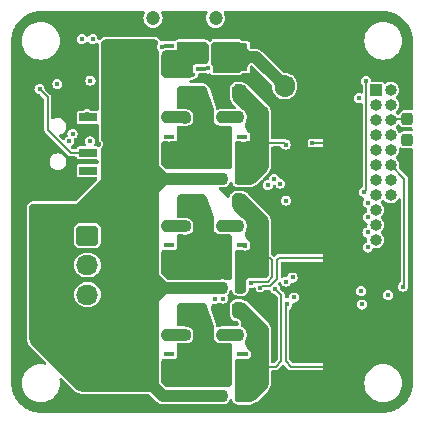
<source format=gbr>
%TF.GenerationSoftware,KiCad,Pcbnew,7.0.11*%
%TF.CreationDate,2024-11-13T01:10:25+09:00*%
%TF.ProjectId,MD,4d442e6b-6963-4616-945f-706362585858,rev?*%
%TF.SameCoordinates,Original*%
%TF.FileFunction,Copper,L1,Top*%
%TF.FilePolarity,Positive*%
%FSLAX46Y46*%
G04 Gerber Fmt 4.6, Leading zero omitted, Abs format (unit mm)*
G04 Created by KiCad (PCBNEW 7.0.11) date 2024-11-13 01:10:25*
%MOMM*%
%LPD*%
G01*
G04 APERTURE LIST*
G04 Aperture macros list*
%AMRoundRect*
0 Rectangle with rounded corners*
0 $1 Rounding radius*
0 $2 $3 $4 $5 $6 $7 $8 $9 X,Y pos of 4 corners*
0 Add a 4 corners polygon primitive as box body*
4,1,4,$2,$3,$4,$5,$6,$7,$8,$9,$2,$3,0*
0 Add four circle primitives for the rounded corners*
1,1,$1+$1,$2,$3*
1,1,$1+$1,$4,$5*
1,1,$1+$1,$6,$7*
1,1,$1+$1,$8,$9*
0 Add four rect primitives between the rounded corners*
20,1,$1+$1,$2,$3,$4,$5,0*
20,1,$1+$1,$4,$5,$6,$7,0*
20,1,$1+$1,$6,$7,$8,$9,0*
20,1,$1+$1,$8,$9,$2,$3,0*%
G04 Aperture macros list end*
%TA.AperFunction,SMDPad,CuDef*%
%ADD10RoundRect,0.250000X0.362500X1.425000X-0.362500X1.425000X-0.362500X-1.425000X0.362500X-1.425000X0*%
%TD*%
%TA.AperFunction,SMDPad,CuDef*%
%ADD11RoundRect,0.225000X0.225000X0.250000X-0.225000X0.250000X-0.225000X-0.250000X0.225000X-0.250000X0*%
%TD*%
%TA.AperFunction,SMDPad,CuDef*%
%ADD12RoundRect,0.225000X-0.225000X-0.375000X0.225000X-0.375000X0.225000X0.375000X-0.225000X0.375000X0*%
%TD*%
%TA.AperFunction,SMDPad,CuDef*%
%ADD13RoundRect,0.225000X0.250000X-0.225000X0.250000X0.225000X-0.250000X0.225000X-0.250000X-0.225000X0*%
%TD*%
%TA.AperFunction,SMDPad,CuDef*%
%ADD14RoundRect,0.200000X0.200000X0.275000X-0.200000X0.275000X-0.200000X-0.275000X0.200000X-0.275000X0*%
%TD*%
%TA.AperFunction,SMDPad,CuDef*%
%ADD15R,0.900000X0.400000*%
%TD*%
%TA.AperFunction,SMDPad,CuDef*%
%ADD16R,0.900000X0.375000*%
%TD*%
%TA.AperFunction,SMDPad,CuDef*%
%ADD17R,0.700000X0.400000*%
%TD*%
%TA.AperFunction,SMDPad,CuDef*%
%ADD18R,2.200000X2.650000*%
%TD*%
%TA.AperFunction,SMDPad,CuDef*%
%ADD19R,0.700000X0.375000*%
%TD*%
%TA.AperFunction,SMDPad,CuDef*%
%ADD20RoundRect,0.237500X-0.237500X0.287500X-0.237500X-0.287500X0.237500X-0.287500X0.237500X0.287500X0*%
%TD*%
%TA.AperFunction,SMDPad,CuDef*%
%ADD21R,1.500000X0.700000*%
%TD*%
%TA.AperFunction,SMDPad,CuDef*%
%ADD22R,0.800000X1.000000*%
%TD*%
%TA.AperFunction,ComponentPad*%
%ADD23RoundRect,0.250000X-0.675000X0.600000X-0.675000X-0.600000X0.675000X-0.600000X0.675000X0.600000X0*%
%TD*%
%TA.AperFunction,ComponentPad*%
%ADD24O,1.850000X1.700000*%
%TD*%
%TA.AperFunction,ComponentPad*%
%ADD25RoundRect,0.250000X0.600000X0.675000X-0.600000X0.675000X-0.600000X-0.675000X0.600000X-0.675000X0*%
%TD*%
%TA.AperFunction,ComponentPad*%
%ADD26O,1.700000X1.850000*%
%TD*%
%TA.AperFunction,ComponentPad*%
%ADD27C,1.200000*%
%TD*%
%TA.AperFunction,ComponentPad*%
%ADD28R,1.000000X1.000000*%
%TD*%
%TA.AperFunction,ComponentPad*%
%ADD29O,1.000000X1.000000*%
%TD*%
%TA.AperFunction,ViaPad*%
%ADD30C,0.450000*%
%TD*%
%TA.AperFunction,ViaPad*%
%ADD31C,0.600000*%
%TD*%
%TA.AperFunction,Conductor*%
%ADD32C,0.200000*%
%TD*%
%TA.AperFunction,Conductor*%
%ADD33C,1.000000*%
%TD*%
G04 APERTURE END LIST*
D10*
%TO.P,R61,1*%
%TO.N,GND*%
X27462500Y-21400000D03*
%TO.P,R61,2*%
%TO.N,/MotorDriver/BridgeB_S*%
X21537500Y-21400000D03*
%TD*%
D11*
%TO.P,C41,1*%
%TO.N,/MotorDriver/BridgeC_S*%
X21275000Y-9500000D03*
%TO.P,C41,2*%
%TO.N,Net-(C41-Pad2)*%
X19725000Y-9500000D03*
%TD*%
%TO.P,C38,1*%
%TO.N,/MotorDriver/BridgeB_S*%
X21275000Y-18700000D03*
%TO.P,C38,2*%
%TO.N,Net-(C38-Pad2)*%
X19725000Y-18700000D03*
%TD*%
D12*
%TO.P,D18,1,K*%
%TO.N,VDD*%
X11750000Y-7500000D03*
%TO.P,D18,2,A*%
%TO.N,/MotorDriver/Phase_W*%
X15050000Y-7500000D03*
%TD*%
D13*
%TO.P,C40,1*%
%TO.N,/MotorDriver/Phase_W*%
X15200000Y-11075000D03*
%TO.P,C40,2*%
%TO.N,Net-(C40-Pad2)*%
X15200000Y-9525000D03*
%TD*%
D14*
%TO.P,R67,1*%
%TO.N,Net-(C33-Pad2)*%
X13725000Y-27900000D03*
%TO.P,R67,2*%
%TO.N,VDD*%
X12075000Y-27900000D03*
%TD*%
%TO.P,R68,1*%
%TO.N,Net-(C34-Pad2)*%
X18325000Y-27900000D03*
%TO.P,R68,2*%
%TO.N,/MotorDriver/Phase_U*%
X16675000Y-27900000D03*
%TD*%
D15*
%TO.P,Q12,1,S*%
%TO.N,/MotorDriver/BridgeC_S*%
X20050000Y-13075000D03*
%TO.P,Q12,2,S*%
X20050000Y-12425000D03*
D16*
%TO.P,Q12,3,S*%
X20050000Y-11787500D03*
D15*
%TO.P,Q12,4,G*%
%TO.N,Net-(Q12-G)*%
X20050000Y-11125000D03*
D17*
%TO.P,Q12,5,D*%
%TO.N,/MotorDriver/Phase_W*%
X16450000Y-13075000D03*
X16450000Y-12425000D03*
D18*
X17900000Y-12100000D03*
D19*
X16450000Y-11787500D03*
D17*
X16450000Y-11125000D03*
%TD*%
D15*
%TO.P,Q10,1,S*%
%TO.N,/MotorDriver/Phase_U*%
X13850000Y-31475000D03*
%TO.P,Q10,2,S*%
X13850000Y-30825000D03*
D16*
%TO.P,Q10,3,S*%
X13850000Y-30187500D03*
D15*
%TO.P,Q10,4,G*%
%TO.N,Net-(Q10-G)*%
X13850000Y-29525000D03*
D17*
%TO.P,Q10,5,D*%
%TO.N,VDD*%
X10250000Y-31475000D03*
X10250000Y-30825000D03*
D18*
X11700000Y-30500000D03*
D19*
X10250000Y-30187500D03*
D17*
X10250000Y-29525000D03*
%TD*%
D13*
%TO.P,C37,1*%
%TO.N,/MotorDriver/Phase_V*%
X15200000Y-20275000D03*
%TO.P,C37,2*%
%TO.N,Net-(C37-Pad2)*%
X15200000Y-18725000D03*
%TD*%
D10*
%TO.P,R66,1*%
%TO.N,GND*%
X27462500Y-12200000D03*
%TO.P,R66,2*%
%TO.N,/MotorDriver/BridgeC_S*%
X21537500Y-12200000D03*
%TD*%
D12*
%TO.P,D17,1,K*%
%TO.N,/MotorDriver/Phase_V*%
X16550000Y-16700000D03*
%TO.P,D17,2,A*%
%TO.N,/MotorDriver/BridgeB_S*%
X19850000Y-16700000D03*
%TD*%
D20*
%TO.P,D1,1,K*%
%TO.N,nFAULT*%
X34013195Y-9625000D03*
%TO.P,D1,2,A*%
%TO.N,Net-(D1-A)*%
X34013195Y-11375000D03*
%TD*%
D14*
%TO.P,R73,1*%
%TO.N,Net-(C40-Pad2)*%
X13725000Y-9500000D03*
%TO.P,R73,2*%
%TO.N,VDD*%
X12075000Y-9500000D03*
%TD*%
D21*
%TO.P,SW4,1,A*%
%TO.N,/Power/PowerSW*%
X7000000Y-9500000D03*
%TO.P,SW4,2,B*%
%TO.N,Net-(SW4-B)*%
X7000000Y-12500000D03*
%TO.P,SW4,3,C*%
%TO.N,unconnected-(SW4-C-Pad3)*%
X7000000Y-14000000D03*
%TO.P,SW4,4,shell*%
%TO.N,GND*%
X1900000Y-9500000D03*
%TO.P,SW4,5,shell*%
X1900000Y-12500000D03*
%TO.P,SW4,6,shell*%
X1900000Y-14000000D03*
D22*
%TO.P,SW4,G1,shell*%
X6300000Y-8250000D03*
%TO.P,SW4,G2,shell*%
X6300000Y-15250000D03*
%TO.P,SW4,G3,shell*%
X2600000Y-8250000D03*
%TO.P,SW4,G4,shell*%
X2600000Y-15250000D03*
%TD*%
D12*
%TO.P,D15,1,K*%
%TO.N,/MotorDriver/Phase_U*%
X16550000Y-25900000D03*
%TO.P,D15,2,A*%
%TO.N,/MotorDriver/BridgeA_S*%
X19850000Y-25900000D03*
%TD*%
D23*
%TO.P,J6,1,Pin_1*%
%TO.N,/MotorDriver/Phase_W*%
X6950000Y-19500000D03*
D24*
%TO.P,J6,2,Pin_2*%
%TO.N,/MotorDriver/Phase_V*%
X6950000Y-22000000D03*
%TO.P,J6,3,Pin_3*%
%TO.N,/MotorDriver/Phase_U*%
X6950000Y-24500000D03*
%TD*%
D15*
%TO.P,Q6,1,S*%
%TO.N,/Power/S-S*%
X13850000Y-5375000D03*
%TO.P,Q6,2,S*%
X13850000Y-4725000D03*
D16*
%TO.P,Q6,3,S*%
X13850000Y-4087500D03*
D15*
%TO.P,Q6,4,G*%
%TO.N,Net-(Q6-G)*%
X13850000Y-3425000D03*
D17*
%TO.P,Q6,5,D*%
%TO.N,VDD*%
X10250000Y-5375000D03*
X10250000Y-4725000D03*
D18*
X11700000Y-4400000D03*
D19*
X10250000Y-4087500D03*
D17*
X10250000Y-3425000D03*
%TD*%
D15*
%TO.P,Q9,1,S*%
%TO.N,/MotorDriver/Phase_V*%
X13850000Y-22275000D03*
%TO.P,Q9,2,S*%
X13850000Y-21625000D03*
D16*
%TO.P,Q9,3,S*%
X13850000Y-20987500D03*
D15*
%TO.P,Q9,4,G*%
%TO.N,Net-(Q9-G)*%
X13850000Y-20325000D03*
D17*
%TO.P,Q9,5,D*%
%TO.N,VDD*%
X10250000Y-22275000D03*
X10250000Y-21625000D03*
D18*
X11700000Y-21300000D03*
D19*
X10250000Y-20987500D03*
D17*
X10250000Y-20325000D03*
%TD*%
D11*
%TO.P,C34,1*%
%TO.N,/MotorDriver/BridgeA_S*%
X21275000Y-27900000D03*
%TO.P,C34,2*%
%TO.N,Net-(C34-Pad2)*%
X19725000Y-27900000D03*
%TD*%
D13*
%TO.P,C33,1*%
%TO.N,/MotorDriver/Phase_U*%
X15200000Y-29475000D03*
%TO.P,C33,2*%
%TO.N,Net-(C33-Pad2)*%
X15200000Y-27925000D03*
%TD*%
D15*
%TO.P,Q8,1,S*%
%TO.N,/MotorDriver/BridgeB_S*%
X20050000Y-22275000D03*
%TO.P,Q8,2,S*%
X20050000Y-21625000D03*
D16*
%TO.P,Q8,3,S*%
X20050000Y-20987500D03*
D15*
%TO.P,Q8,4,G*%
%TO.N,Net-(Q8-G)*%
X20050000Y-20325000D03*
D17*
%TO.P,Q8,5,D*%
%TO.N,/MotorDriver/Phase_V*%
X16450000Y-22275000D03*
X16450000Y-21625000D03*
D18*
X17900000Y-21300000D03*
D19*
X16450000Y-20987500D03*
D17*
X16450000Y-20325000D03*
%TD*%
D11*
%TO.P,C35,1*%
%TO.N,/MotorDriver/BridgeA_S*%
X19875000Y-33100000D03*
%TO.P,C35,2*%
%TO.N,VDD*%
X18325000Y-33100000D03*
%TD*%
D12*
%TO.P,D16,1,K*%
%TO.N,VDD*%
X11750000Y-16700000D03*
%TO.P,D16,2,A*%
%TO.N,/MotorDriver/Phase_V*%
X15050000Y-16700000D03*
%TD*%
D14*
%TO.P,R74,1*%
%TO.N,Net-(C41-Pad2)*%
X18325000Y-9500000D03*
%TO.P,R74,2*%
%TO.N,/MotorDriver/Phase_W*%
X16675000Y-9500000D03*
%TD*%
%TO.P,R70,1*%
%TO.N,Net-(C37-Pad2)*%
X13725000Y-18700000D03*
%TO.P,R70,2*%
%TO.N,VDD*%
X12075000Y-18700000D03*
%TD*%
D12*
%TO.P,D19,1,K*%
%TO.N,/MotorDriver/Phase_W*%
X16550000Y-7500000D03*
%TO.P,D19,2,A*%
%TO.N,/MotorDriver/BridgeC_S*%
X19850000Y-7500000D03*
%TD*%
%TO.P,D14,1,K*%
%TO.N,VDD*%
X11750000Y-25900000D03*
%TO.P,D14,2,A*%
%TO.N,/MotorDriver/Phase_U*%
X15050000Y-25900000D03*
%TD*%
D10*
%TO.P,R56,1*%
%TO.N,GND*%
X27462500Y-30600000D03*
%TO.P,R56,2*%
%TO.N,/MotorDriver/BridgeA_S*%
X21537500Y-30600000D03*
%TD*%
D11*
%TO.P,C39,1*%
%TO.N,/MotorDriver/BridgeC_S*%
X19875000Y-14700000D03*
%TO.P,C39,2*%
%TO.N,VDD*%
X18325000Y-14700000D03*
%TD*%
D15*
%TO.P,Q11,1,S*%
%TO.N,/MotorDriver/Phase_W*%
X13850000Y-13075000D03*
%TO.P,Q11,2,S*%
X13850000Y-12425000D03*
D16*
%TO.P,Q11,3,S*%
X13850000Y-11787500D03*
D15*
%TO.P,Q11,4,G*%
%TO.N,Net-(Q11-G)*%
X13850000Y-11125000D03*
D17*
%TO.P,Q11,5,D*%
%TO.N,VDD*%
X10250000Y-13075000D03*
X10250000Y-12425000D03*
D18*
X11700000Y-12100000D03*
D19*
X10250000Y-11787500D03*
D17*
X10250000Y-11125000D03*
%TD*%
D25*
%TO.P,J5,1,Pin_1*%
%TO.N,GND*%
X26150000Y-6850000D03*
D26*
%TO.P,J5,2,Pin_2*%
%TO.N,/Power/24VBAT*%
X23650000Y-6850000D03*
%TD*%
D14*
%TO.P,R71,1*%
%TO.N,Net-(C38-Pad2)*%
X18325000Y-18700000D03*
%TO.P,R71,2*%
%TO.N,/MotorDriver/Phase_V*%
X16675000Y-18700000D03*
%TD*%
D15*
%TO.P,Q7,1,S*%
%TO.N,/MotorDriver/BridgeA_S*%
X20050000Y-31475000D03*
%TO.P,Q7,2,S*%
X20050000Y-30825000D03*
D16*
%TO.P,Q7,3,S*%
X20050000Y-30187500D03*
D15*
%TO.P,Q7,4,G*%
%TO.N,Net-(Q7-G)*%
X20050000Y-29525000D03*
D17*
%TO.P,Q7,5,D*%
%TO.N,/MotorDriver/Phase_U*%
X16450000Y-31475000D03*
X16450000Y-30825000D03*
D18*
X17900000Y-30500000D03*
D19*
X16450000Y-30187500D03*
D17*
X16450000Y-29525000D03*
%TD*%
D11*
%TO.P,C36,1*%
%TO.N,/MotorDriver/BridgeB_S*%
X19875000Y-23900000D03*
%TO.P,C36,2*%
%TO.N,VDD*%
X18325000Y-23900000D03*
%TD*%
D15*
%TO.P,Q2,1,S*%
%TO.N,/Power/S-S*%
X16550000Y-3425000D03*
%TO.P,Q2,2,S*%
X16550000Y-4075000D03*
D16*
%TO.P,Q2,3,S*%
X16550000Y-4712500D03*
D15*
%TO.P,Q2,4,G*%
%TO.N,Net-(Q2-G)*%
X16550000Y-5375000D03*
D17*
%TO.P,Q2,5,D*%
%TO.N,/Power/24VBAT*%
X20150000Y-3425000D03*
X20150000Y-4075000D03*
D18*
X18700000Y-4400000D03*
D19*
X20150000Y-4712500D03*
D17*
X20150000Y-5375000D03*
%TD*%
D27*
%TO.P,C17,1*%
%TO.N,VDD*%
X12500000Y-1100000D03*
%TO.P,C17,2*%
%TO.N,GND*%
X10500000Y-1100000D03*
%TD*%
D28*
%TO.P,J4,1,Pin_1*%
%TO.N,VDD*%
X31355000Y-7175000D03*
D29*
%TO.P,J4,2,Pin_2*%
X32625000Y-7175000D03*
%TO.P,J4,3,Pin_3*%
%TO.N,SOC*%
X31355000Y-8445000D03*
%TO.P,J4,4,Pin_4*%
%TO.N,ENABLE*%
X32625000Y-8445000D03*
%TO.P,J4,5,Pin_5*%
%TO.N,SOB*%
X31355000Y-9715000D03*
%TO.P,J4,6,Pin_6*%
%TO.N,nFAULT*%
X32625000Y-9715000D03*
%TO.P,J4,7,Pin_7*%
%TO.N,SOA*%
X31355000Y-10985000D03*
%TO.P,J4,8,Pin_8*%
%TO.N,INB_L*%
X32625000Y-10985000D03*
%TO.P,J4,9,Pin_9*%
%TO.N,MISO1*%
X31355000Y-12255000D03*
%TO.P,J4,10,Pin_10*%
%TO.N,INC_L*%
X32625000Y-12255000D03*
%TO.P,J4,11,Pin_11*%
%TO.N,MOSI1*%
X31355000Y-13525000D03*
%TO.P,J4,12,Pin_12*%
%TO.N,INA_L*%
X32625000Y-13525000D03*
%TO.P,J4,13,Pin_13*%
%TO.N,SCLK1*%
X31355000Y-14795000D03*
%TO.P,J4,14,Pin_14*%
%TO.N,CAL*%
X32625000Y-14795000D03*
%TO.P,J4,15,Pin_15*%
%TO.N,CS1_MD*%
X31355000Y-16065000D03*
%TO.P,J4,16,Pin_16*%
%TO.N,+3.3V*%
X32625000Y-16065000D03*
%TO.P,J4,17,Pin_17*%
%TO.N,INA_H*%
X31355000Y-17335000D03*
%TO.P,J4,18,Pin_18*%
%TO.N,GND*%
X32625000Y-17335000D03*
%TO.P,J4,19,Pin_19*%
%TO.N,INB_H*%
X31355000Y-18605000D03*
%TO.P,J4,20,Pin_20*%
%TO.N,GND*%
X32625000Y-18605000D03*
%TO.P,J4,21,Pin_21*%
%TO.N,INC_H*%
X31355000Y-19875000D03*
%TO.P,J4,22,Pin_22*%
%TO.N,GND*%
X32625000Y-19875000D03*
%TO.P,J4,23,Pin_23*%
X31355000Y-21145000D03*
%TO.P,J4,24,Pin_24*%
X32625000Y-21145000D03*
%TO.P,J4,25,Pin_25*%
X31355000Y-22415000D03*
%TO.P,J4,26,Pin_26*%
X32625000Y-22415000D03*
%TD*%
D27*
%TO.P,C2,1*%
%TO.N,VDD*%
X17800000Y-1100000D03*
%TO.P,C2,2*%
%TO.N,GND*%
X15800000Y-1100000D03*
%TD*%
D30*
%TO.N,/Power/S-S*%
X16750000Y-3900000D03*
X14750000Y-3900000D03*
X15700000Y-5900000D03*
X13750000Y-5900000D03*
X16250000Y-3400000D03*
X4399660Y-6666988D03*
X16250000Y-4400000D03*
X13750000Y-4900000D03*
X14750000Y-5900000D03*
X14250000Y-4400000D03*
X15250000Y-3400000D03*
X13757483Y-4050002D03*
X14250000Y-5400000D03*
X16900000Y-4700000D03*
X15750000Y-3900000D03*
X15250000Y-5400000D03*
X14750000Y-4900000D03*
X6472237Y-2875502D03*
X15250000Y-4400000D03*
X15750000Y-4900000D03*
%TO.N,Net-(Q6-G)*%
X7201878Y-6379074D03*
X13234655Y-3497052D03*
%TO.N,VDD*%
X2500000Y-27250000D03*
X7500000Y-32250000D03*
X12000000Y-31750000D03*
X10500000Y-3250000D03*
X8500000Y-5250000D03*
X4500000Y-28250000D03*
X12500000Y-4250000D03*
X8500000Y-29250000D03*
X3500000Y-17250000D03*
X10500000Y-31250000D03*
X6500000Y-30250000D03*
X3500000Y-19250000D03*
X11500000Y-3250000D03*
X3500000Y-21250000D03*
X8500000Y-10250000D03*
X9500000Y-32250000D03*
X8500000Y-6250000D03*
X11750000Y-11100000D03*
X3500000Y-29250000D03*
X10500000Y-6250000D03*
X11000000Y-13000000D03*
X9500000Y-3250000D03*
X8500000Y-7250000D03*
X2500000Y-19250000D03*
X4500000Y-23250000D03*
X11500000Y-4250000D03*
X2500000Y-28250000D03*
X12500000Y-32250000D03*
X3500000Y-25250000D03*
X4500000Y-29250000D03*
X8500000Y-28250000D03*
X5500000Y-31250000D03*
X7500000Y-31250000D03*
X11000000Y-20250000D03*
X4500000Y-25250000D03*
X4500000Y-26250000D03*
X3500000Y-20250000D03*
X9500000Y-4250000D03*
X3500000Y-28250000D03*
X12500000Y-3250000D03*
X6500000Y-29250000D03*
X10500000Y-4250000D03*
X11000000Y-30750000D03*
X2500000Y-20250000D03*
X10500000Y-8250000D03*
X11750000Y-20250000D03*
X10000000Y-31750000D03*
X5500000Y-30250000D03*
X11500000Y-31250000D03*
X2500000Y-18250000D03*
X7500000Y-29250000D03*
X9500000Y-31250000D03*
X11500000Y-32250000D03*
X8500000Y-9250000D03*
X2500000Y-17250000D03*
X4500000Y-17250000D03*
X7500000Y-28250000D03*
X6500000Y-32250000D03*
X4500000Y-18250000D03*
X3500000Y-26250000D03*
X9500000Y-30250000D03*
X3500000Y-22250000D03*
X9500000Y-9250000D03*
X12500000Y-29500000D03*
X11750000Y-13000000D03*
X8500000Y-30250000D03*
X8500000Y-8250000D03*
X10500000Y-5250000D03*
X6500000Y-26250000D03*
X9500000Y-29250000D03*
X11000000Y-11100000D03*
X4500000Y-20250000D03*
X2500000Y-26250000D03*
X5500000Y-28250000D03*
X2500000Y-21250000D03*
X5500000Y-29250000D03*
X2500000Y-24250000D03*
X8500000Y-3250000D03*
X5500000Y-26250000D03*
X12500000Y-5250000D03*
X10000000Y-30750000D03*
X5500000Y-27250000D03*
X9500000Y-8250000D03*
X2500000Y-25250000D03*
X5000000Y-23750000D03*
X11500000Y-6250000D03*
X11500000Y-7250000D03*
X9500000Y-6250000D03*
X8500000Y-32250000D03*
X9500000Y-7250000D03*
X11000000Y-31750000D03*
X4500000Y-21250000D03*
X11000000Y-22250000D03*
X8500000Y-31250000D03*
X4500000Y-30250000D03*
X10500000Y-7250000D03*
X4500000Y-22250000D03*
X6500000Y-27250000D03*
X7500000Y-30250000D03*
X12500000Y-6250000D03*
X4500000Y-24250000D03*
X11500000Y-5250000D03*
X11750000Y-22250000D03*
X8500000Y-4250000D03*
X2500000Y-23250000D03*
X6500000Y-31250000D03*
X3500000Y-27250000D03*
X10000000Y-29750000D03*
X4500000Y-19250000D03*
X5500000Y-24250000D03*
X9500000Y-5250000D03*
X10500000Y-30250000D03*
X4500000Y-27250000D03*
X3500000Y-18250000D03*
X6500000Y-28250000D03*
X3500000Y-23250000D03*
X5500000Y-25250000D03*
X3500000Y-24250000D03*
X10500000Y-32250000D03*
X2500000Y-22250000D03*
X7500000Y-27250000D03*
%TO.N,GND*%
X1200000Y-18000000D03*
X3500000Y-1000000D03*
X29000000Y-25750000D03*
X4400000Y-34200000D03*
X8500000Y-1000000D03*
X26500228Y-27437238D03*
X30000000Y-3000000D03*
X24351545Y-18027628D03*
X23297632Y-14332182D03*
X27986153Y-7665974D03*
X28709998Y-28812955D03*
X30250000Y-27250000D03*
X18381441Y-25963656D03*
X28756875Y-22677496D03*
X29150090Y-12960821D03*
X24373553Y-19172059D03*
X12400000Y-34200000D03*
X5000000Y-2250000D03*
X27474292Y-31284367D03*
X27480841Y-27437238D03*
X23022036Y-19174995D03*
X24500000Y-30000000D03*
X1200000Y-24400000D03*
X25488832Y-31249656D03*
X29344024Y-31853527D03*
X4400000Y-14200000D03*
X29333997Y-29477170D03*
X27807183Y-22673218D03*
X26547831Y-28808191D03*
X1200000Y-9800000D03*
X33425406Y-10489133D03*
X26500000Y-31250000D03*
X2400000Y-16200000D03*
X27990709Y-12960821D03*
X24931740Y-31751324D03*
X29097797Y-9024165D03*
X29210575Y-23148666D03*
X27829842Y-21806477D03*
X7580781Y-3804482D03*
X26515790Y-32264037D03*
X28250000Y-1000000D03*
X25512482Y-19128042D03*
X28789730Y-16986068D03*
X19528831Y-26935634D03*
X26500000Y-30000000D03*
X34000000Y-27250000D03*
X27474292Y-28812955D03*
X29176980Y-22223782D03*
X8000000Y-33400000D03*
X1800000Y-7600000D03*
X32254152Y-27291344D03*
X25551586Y-32256384D03*
X5000000Y-7800000D03*
X26056645Y-31720715D03*
X24426680Y-31208003D03*
X25000000Y-4000000D03*
X30250000Y-30500000D03*
X29303917Y-28013254D03*
X22750000Y-34000000D03*
X18100705Y-6895796D03*
X25468466Y-18011122D03*
X7866903Y-11731696D03*
X28681425Y-32363518D03*
X25495976Y-20178938D03*
X22791394Y-28041123D03*
X4400000Y-16200000D03*
X1200000Y-21200000D03*
X28076884Y-28055206D03*
X1200000Y-15000000D03*
X26000000Y-2250000D03*
X34199707Y-12345095D03*
X23870146Y-25260727D03*
X26532128Y-4791837D03*
X29323971Y-30610201D03*
X24748659Y-2724188D03*
X26033688Y-28039901D03*
X26631680Y-19095280D03*
X28092189Y-29455599D03*
X5600000Y-8600000D03*
X29181436Y-7759009D03*
X26664471Y-26206642D03*
X26982588Y-28039901D03*
X24357047Y-16960226D03*
X1200000Y-28400000D03*
X24013133Y-20638110D03*
X27393171Y-22167330D03*
X5750000Y-3500000D03*
X2800000Y-30000000D03*
X22833753Y-8770887D03*
X21579589Y-23925000D03*
X27467350Y-29979239D03*
X25030864Y-8816469D03*
X2000000Y-10400000D03*
X4000000Y-4750000D03*
X26698716Y-3517930D03*
X29982009Y-10367076D03*
X23750000Y-5250000D03*
X28274760Y-24821045D03*
X18733451Y-7810217D03*
X25452972Y-27465799D03*
X20813551Y-24159771D03*
X4300000Y-12300000D03*
X1800000Y-33600000D03*
X8250000Y-2000000D03*
X21015422Y-5729515D03*
X26959631Y-29371422D03*
X33250000Y-33500000D03*
X27462500Y-14010821D03*
X1000000Y-31800000D03*
X1200000Y-12400000D03*
X25733952Y-9847384D03*
X33500000Y-5250000D03*
X29554012Y-23658551D03*
X5750000Y-1000000D03*
X32000000Y-5000000D03*
X5000000Y-32200000D03*
X29173765Y-21402366D03*
X28266181Y-21415332D03*
X22238945Y-6912995D03*
X28082808Y-10323724D03*
X29946357Y-12960821D03*
X20750000Y-2250000D03*
X24962349Y-28116426D03*
X7595912Y-5543687D03*
X33000000Y-1250000D03*
X28698086Y-14010821D03*
X28342209Y-11772599D03*
X24602686Y-33182327D03*
X28668345Y-27424521D03*
X30000000Y-34000000D03*
X21099956Y-6899647D03*
X22990265Y-18090221D03*
X19204805Y-15468521D03*
X29287570Y-6936842D03*
X22999342Y-17068990D03*
X2000000Y-8800000D03*
X32000000Y-29200000D03*
X17250000Y-6250000D03*
X22972721Y-32233427D03*
X29398304Y-24244577D03*
X34000000Y-24750000D03*
X33000000Y-25800000D03*
X18697974Y-15730527D03*
X23646133Y-31713062D03*
X1000000Y-7600000D03*
X25457461Y-17009745D03*
X24980217Y-12429030D03*
X23250000Y-2250000D03*
X3400000Y-13400000D03*
X26629403Y-17983611D03*
X28742871Y-21800876D03*
X34000000Y-4000000D03*
X26692009Y-9045455D03*
X27385353Y-21420307D03*
X29649445Y-16934577D03*
X1500000Y-1500000D03*
X31250000Y-25750000D03*
X24107411Y-13111340D03*
X28168713Y-30588157D03*
X26500000Y-34000000D03*
X34000000Y-30000000D03*
X28696114Y-29958412D03*
X25980355Y-11659595D03*
X29935007Y-11561298D03*
X27005545Y-31705410D03*
X24114795Y-8176756D03*
X26618399Y-20085403D03*
X19681317Y-2249359D03*
X18500000Y-2250000D03*
X10800000Y-33400000D03*
X28033289Y-9024165D03*
X15800000Y-34200000D03*
X24676541Y-10940279D03*
X24048265Y-9809304D03*
X24916435Y-29424989D03*
X30009473Y-14010821D03*
X24500000Y-27500000D03*
X29179034Y-11751864D03*
X22735465Y-29893769D03*
X34089777Y-8569233D03*
X750000Y-3500000D03*
X23569609Y-30955473D03*
X28675287Y-31284367D03*
X25481533Y-28760589D03*
X28084536Y-31789587D03*
X25491054Y-29998255D03*
X26885587Y-10524244D03*
X23562945Y-3772711D03*
X28269516Y-22210886D03*
X2000000Y-4750000D03*
X2400000Y-12200000D03*
X19250000Y-34000000D03*
X26150453Y-20771724D03*
X4200000Y-8800000D03*
X27510605Y-32256384D03*
X27750000Y-4000000D03*
X22083254Y-2665392D03*
X29750000Y-1750000D03*
X30750000Y-1000000D03*
X750000Y-5750000D03*
X6800000Y-34200000D03*
X9400000Y-34200000D03*
X6918568Y-10320203D03*
X24462839Y-28770109D03*
X28070936Y-5728687D03*
X19000000Y-6250000D03*
X23048628Y-20491082D03*
X28287790Y-23148385D03*
X23000000Y-31250000D03*
X34165357Y-5968842D03*
X22799545Y-11011964D03*
X25941859Y-29371422D03*
X24380766Y-32317603D03*
X29500000Y-5750000D03*
X22250000Y-3750000D03*
X26612896Y-17004243D03*
X28758080Y-23568373D03*
%TO.N,+3.3V*%
X30172927Y-25334785D03*
X23768761Y-16541125D03*
%TO.N,/MotorDriver/Phase_U*%
X17250000Y-28950000D03*
X15250000Y-26950000D03*
X16750000Y-26450000D03*
X17250000Y-27950000D03*
X13750000Y-30450000D03*
X16750000Y-27450000D03*
X15250000Y-25950000D03*
X15750000Y-31450000D03*
X14750000Y-25450000D03*
X18750000Y-31450000D03*
X17250000Y-26950000D03*
X17250000Y-31950000D03*
X18750000Y-30450000D03*
X16250000Y-25950000D03*
X18250000Y-29950000D03*
X15750000Y-26450000D03*
X15250000Y-30950000D03*
X14750000Y-30450000D03*
X15750000Y-30450000D03*
X18250000Y-30950000D03*
X18443292Y-24838834D03*
X14250000Y-31950000D03*
X16250000Y-30950000D03*
X16250000Y-29950000D03*
X5386387Y-11520073D03*
X17750000Y-29450000D03*
X16250000Y-27950000D03*
X17250000Y-30950000D03*
X23767989Y-23398042D03*
X14750000Y-26450000D03*
X17750000Y-30450000D03*
X15250000Y-28950000D03*
X14250000Y-30950000D03*
X16750000Y-25450000D03*
X14750000Y-31450000D03*
X15250000Y-29950000D03*
X13750000Y-31450000D03*
X18750000Y-29450000D03*
X15250000Y-31950000D03*
X14750000Y-29450000D03*
X16750000Y-30450000D03*
X16250000Y-31950000D03*
X16250000Y-28950000D03*
X15750000Y-29450000D03*
X16250000Y-26950000D03*
X18250000Y-28950000D03*
X16750000Y-29450000D03*
X15750000Y-25450000D03*
X17750000Y-31450000D03*
X18250000Y-31950000D03*
X16750000Y-28450000D03*
X17250000Y-29950000D03*
X16750000Y-31450000D03*
%TO.N,/MotorDriver/BridgeA_S*%
X22861486Y-24046663D03*
%TO.N,/MotorDriver/BridgeB_S*%
X20800000Y-23500000D03*
%TO.N,/MotorDriver/Phase_V*%
X16750000Y-16250000D03*
X15500000Y-22500000D03*
X16000000Y-23000000D03*
X14500000Y-21500000D03*
X16000000Y-22000000D03*
X15000000Y-23000000D03*
X17500000Y-22500000D03*
X15250000Y-17750000D03*
X14750000Y-16250000D03*
X17000000Y-21000000D03*
X18000000Y-23000000D03*
X19000000Y-23000000D03*
X17250000Y-17750000D03*
X14500000Y-22500000D03*
X18500000Y-20500000D03*
X14000000Y-23000000D03*
X17000000Y-22000000D03*
X15000000Y-21000000D03*
X17500000Y-20500000D03*
X16250000Y-16750000D03*
X15750000Y-17250000D03*
X17000000Y-23000000D03*
X19000000Y-22000000D03*
X14750000Y-17250000D03*
X19000000Y-21000000D03*
X16500000Y-21500000D03*
X15000000Y-22000000D03*
X15500000Y-21500000D03*
X16000000Y-21000000D03*
X15750000Y-16250000D03*
X17250000Y-18500000D03*
X16750000Y-17250000D03*
X15250000Y-16750000D03*
X5687798Y-10870725D03*
X18500000Y-21500000D03*
X18500000Y-22500000D03*
X16250000Y-17750000D03*
X13500000Y-21500000D03*
X17500000Y-21500000D03*
X18000000Y-22000000D03*
X16500000Y-20500000D03*
X15500000Y-20500000D03*
X18000000Y-21000000D03*
X16500000Y-22500000D03*
X13500000Y-22500000D03*
X16250000Y-18500000D03*
X14000000Y-22000000D03*
%TO.N,/MotorDriver/BridgeC_S*%
X23729902Y-11795725D03*
%TO.N,/MotorDriver/Phase_W*%
X17250000Y-8550000D03*
X16750000Y-10050000D03*
X15750000Y-8050000D03*
X16750000Y-8050000D03*
X17750000Y-13050000D03*
X15750000Y-12050000D03*
X18750000Y-12050000D03*
X14750000Y-12050000D03*
X16250000Y-12550000D03*
X15250000Y-10550000D03*
X15250000Y-8550000D03*
X16250000Y-13550000D03*
X15250000Y-7550000D03*
X18250000Y-11550000D03*
X17250000Y-13550000D03*
X15750000Y-13050000D03*
X14250000Y-12550000D03*
X16250000Y-9550000D03*
X16750000Y-12050000D03*
X17250000Y-10550000D03*
X15250000Y-13550000D03*
X14750000Y-13050000D03*
X15250000Y-12550000D03*
X16250000Y-10550000D03*
X17250000Y-12550000D03*
X18250000Y-12550000D03*
X16250000Y-7550000D03*
X17250000Y-11550000D03*
X16750000Y-9050000D03*
X16250000Y-8550000D03*
X18250000Y-10550000D03*
X15750000Y-7050000D03*
X17250000Y-9550000D03*
X13750000Y-13050000D03*
X7165288Y-11523492D03*
X14750000Y-8050000D03*
X16750000Y-11050000D03*
X14750000Y-7050000D03*
X15250000Y-11550000D03*
X16750000Y-7050000D03*
X18750000Y-13050000D03*
X13750000Y-12050000D03*
X16250000Y-11550000D03*
X17750000Y-12050000D03*
X14250000Y-13550000D03*
X15750000Y-11050000D03*
X18750000Y-11050000D03*
X18250000Y-13550000D03*
X17750000Y-11050000D03*
X16750000Y-13050000D03*
X14750000Y-11050000D03*
%TO.N,Net-(Q2-G)*%
X17174998Y-5351351D03*
X7389113Y-2877910D03*
%TO.N,/Power/PowerSW*%
X6933550Y-9230046D03*
%TO.N,Net-(Q7-G)*%
X20394037Y-29525000D03*
X24412018Y-24737537D03*
%TO.N,Net-(Q8-G)*%
X20286570Y-20345822D03*
%TO.N,Net-(Q9-G)*%
X13850000Y-20325000D03*
%TO.N,Net-(Q10-G)*%
X17728562Y-24901923D03*
X24317989Y-23045644D03*
X13850000Y-29525000D03*
%TO.N,Net-(Q11-G)*%
X13850000Y-11125000D03*
%TO.N,Net-(Q12-G)*%
X20169096Y-11135620D03*
%TO.N,Net-(SW4-B)*%
X6436387Y-12500000D03*
X2890539Y-7100000D03*
%TO.N,SOC*%
X22217835Y-15216305D03*
%TO.N,SOB*%
X22752987Y-14720583D03*
%TO.N,SOA*%
X23277987Y-15104426D03*
%TO.N,nFAULT*%
X29917724Y-7869813D03*
%TO.N,ENABLE*%
X30385131Y-15837595D03*
X30519077Y-6414650D03*
%TO.N,CAL*%
X30130446Y-24195652D03*
X30674260Y-16708724D03*
X32414994Y-24540000D03*
%TO.N,INA_L*%
X30680403Y-17969222D03*
X33682987Y-23822298D03*
%TO.N,INB_L*%
X30665804Y-19238584D03*
%TO.N,INC_L*%
X30670589Y-20504359D03*
D31*
%TO.N,Net-(D1-A)*%
X34013195Y-11375000D03*
%TD*%
D32*
%TO.N,Net-(Q6-G)*%
X13850000Y-3425000D02*
X13306707Y-3425000D01*
X13306707Y-3425000D02*
X13234655Y-3497052D01*
D33*
%TO.N,VDD*%
X18300000Y-23925000D02*
X18325000Y-23900000D01*
X11750000Y-25900000D02*
X11750000Y-25600000D01*
X18325000Y-33100000D02*
X13350000Y-33100000D01*
X13450000Y-14700000D02*
X11750000Y-13000000D01*
X11750000Y-22250000D02*
X13425000Y-23925000D01*
X18325000Y-14700000D02*
X13450000Y-14700000D01*
X13425000Y-23925000D02*
X18300000Y-23925000D01*
X13350000Y-33100000D02*
X12500000Y-32250000D01*
X11750000Y-25600000D02*
X13425000Y-23925000D01*
X11750000Y-16700000D02*
X11750000Y-16400000D01*
X11750000Y-16400000D02*
X13450000Y-14700000D01*
%TO.N,GND*%
X27462500Y-21400000D02*
X27462500Y-12200000D01*
D32*
X27385353Y-21420307D02*
X27405660Y-21400000D01*
D33*
X27462500Y-12200000D02*
X27462500Y-10944032D01*
D32*
X21704589Y-23800000D02*
X22365686Y-23800000D01*
X23745146Y-25385727D02*
X23745146Y-30139615D01*
X27405660Y-21400000D02*
X27462500Y-21400000D01*
D33*
X27462500Y-12200000D02*
X27462500Y-8162500D01*
D32*
X23870146Y-25260727D02*
X23745146Y-25385727D01*
D33*
X27462500Y-28801163D02*
X27462500Y-28519813D01*
X27462500Y-30600000D02*
X27462500Y-27455579D01*
X27393171Y-22167330D02*
X27462500Y-22098001D01*
X27807183Y-22673218D02*
X27462500Y-22328535D01*
X27462500Y-8162500D02*
X26150000Y-6850000D01*
X27474292Y-28812955D02*
X27462500Y-28801163D01*
X27462500Y-22236659D02*
X27393171Y-22167330D01*
D32*
X23200000Y-21400000D02*
X27365046Y-21400000D01*
X23000000Y-23165685D02*
X23000000Y-21600000D01*
D33*
X27462500Y-27418897D02*
X27462500Y-23017901D01*
D32*
X21579589Y-23925000D02*
X21704589Y-23800000D01*
X23000000Y-21600000D02*
X23200000Y-21400000D01*
D33*
X27480841Y-27437238D02*
X27462500Y-27418897D01*
D32*
X22365686Y-23800000D02*
X23000000Y-23165685D01*
X25980355Y-11659595D02*
X26922095Y-11659595D01*
D33*
X27462500Y-22328535D02*
X27462500Y-22236659D01*
X27462500Y-27455579D02*
X27480841Y-27437238D01*
D32*
X23745146Y-30139615D02*
X24205531Y-30600000D01*
X26922095Y-11659595D02*
X27462500Y-12200000D01*
D33*
X27462500Y-22098001D02*
X27829842Y-21806477D01*
D32*
X27365046Y-21400000D02*
X27385353Y-21420307D01*
X24205531Y-30600000D02*
X27462500Y-30600000D01*
D33*
X27462500Y-23017901D02*
X27807183Y-22673218D01*
%TO.N,Net-(C33-Pad2)*%
X13725000Y-27900000D02*
X15175000Y-27900000D01*
X15175000Y-27900000D02*
X15200000Y-27925000D01*
D32*
%TO.N,/MotorDriver/BridgeA_S*%
X23345146Y-30154854D02*
X22900000Y-30600000D01*
X22900000Y-30600000D02*
X21537500Y-30600000D01*
X23345146Y-24530323D02*
X23345146Y-30154854D01*
X22861486Y-24046663D02*
X23345146Y-24530323D01*
D33*
%TO.N,Net-(C34-Pad2)*%
X18325000Y-27900000D02*
X19725000Y-27900000D01*
D32*
%TO.N,/MotorDriver/BridgeB_S*%
X22600000Y-23000000D02*
X22600000Y-21600000D01*
X20800000Y-23500000D02*
X20900000Y-23400000D01*
X22400000Y-21400000D02*
X21537500Y-21400000D01*
X20900000Y-23400000D02*
X22200000Y-23400000D01*
X22200000Y-23400000D02*
X22600000Y-23000000D01*
X22600000Y-21600000D02*
X22400000Y-21400000D01*
D33*
%TO.N,Net-(C37-Pad2)*%
X15175000Y-18700000D02*
X15200000Y-18725000D01*
X13725000Y-18700000D02*
X15175000Y-18700000D01*
%TO.N,Net-(C38-Pad2)*%
X18325000Y-18700000D02*
X19725000Y-18700000D01*
D32*
%TO.N,/MotorDriver/BridgeC_S*%
X22081789Y-11655711D02*
X21537500Y-12200000D01*
X23589888Y-11655711D02*
X22081789Y-11655711D01*
X23729902Y-11795725D02*
X23589888Y-11655711D01*
D33*
%TO.N,Net-(C40-Pad2)*%
X15175000Y-9500000D02*
X15200000Y-9525000D01*
X13725000Y-9500000D02*
X15175000Y-9500000D01*
%TO.N,Net-(C41-Pad2)*%
X18325000Y-9500000D02*
X19725000Y-9500000D01*
%TO.N,/Power/24VBAT*%
X21200000Y-4400000D02*
X23650000Y-6850000D01*
X18700000Y-4400000D02*
X21200000Y-4400000D01*
D32*
%TO.N,Net-(Q2-G)*%
X17174998Y-5351351D02*
X17151349Y-5375000D01*
X17151349Y-5375000D02*
X16550000Y-5375000D01*
%TO.N,Net-(SW4-B)*%
X6436387Y-12500000D02*
X7000000Y-12500000D01*
X3600815Y-7810276D02*
X2890539Y-7100000D01*
X7000000Y-12500000D02*
X5526478Y-12500000D01*
X5526478Y-12500000D02*
X3600815Y-10574337D01*
X3600815Y-10574337D02*
X3600815Y-7810276D01*
%TO.N,nFAULT*%
X34013195Y-9625000D02*
X32715000Y-9625000D01*
X32715000Y-9625000D02*
X32625000Y-9715000D01*
%TO.N,ENABLE*%
X30522351Y-6417924D02*
X30522351Y-6442491D01*
X30555000Y-15667726D02*
X30555000Y-6450573D01*
X30555000Y-6450573D02*
X30522351Y-6417924D01*
X30385131Y-15837595D02*
X30555000Y-15667726D01*
%TO.N,INA_L*%
X33780829Y-23724456D02*
X33780829Y-14680829D01*
X33682987Y-23822298D02*
X33780829Y-23724456D01*
X33780829Y-14680829D02*
X32625000Y-13525000D01*
%TD*%
%TA.AperFunction,Conductor*%
%TO.N,/MotorDriver/BridgeB_S*%
G36*
X19972787Y-15909438D02*
G01*
X20353991Y-16067338D01*
X20394218Y-16094218D01*
X22105781Y-17805781D01*
X22132661Y-17846009D01*
X22290561Y-18227212D01*
X22300000Y-18274665D01*
X22300000Y-22798638D01*
X22280315Y-22865677D01*
X22263681Y-22886319D01*
X22086319Y-23063681D01*
X22024996Y-23097166D01*
X21998638Y-23100000D01*
X20600000Y-23100000D01*
X20400000Y-23300000D01*
X20400000Y-23441418D01*
X20400000Y-24041082D01*
X20398473Y-24060481D01*
X20387641Y-24128867D01*
X20357711Y-24192002D01*
X20352850Y-24197149D01*
X20269585Y-24280415D01*
X20186317Y-24363682D01*
X20124997Y-24397166D01*
X20098638Y-24400000D01*
X19701362Y-24400000D01*
X19634323Y-24380315D01*
X19613681Y-24363681D01*
X19436319Y-24186319D01*
X19402834Y-24124996D01*
X19400000Y-24098638D01*
X19400000Y-23181971D01*
X19409298Y-23143251D01*
X19406703Y-23142408D01*
X19409720Y-23133122D01*
X19430804Y-23000002D01*
X19430804Y-22999997D01*
X19409719Y-22866875D01*
X19406703Y-22857590D01*
X19409291Y-22856749D01*
X19400000Y-22818028D01*
X19400000Y-22181971D01*
X19409298Y-22143251D01*
X19406703Y-22142408D01*
X19409720Y-22133122D01*
X19430804Y-22000002D01*
X19430804Y-21999997D01*
X19409719Y-21866875D01*
X19406703Y-21857590D01*
X19409291Y-21856749D01*
X19400000Y-21818028D01*
X19400000Y-21181971D01*
X19409298Y-21143251D01*
X19406703Y-21142408D01*
X19409720Y-21133122D01*
X19430804Y-21000002D01*
X19430804Y-20999996D01*
X19415967Y-20906317D01*
X19424922Y-20837024D01*
X19450755Y-20799244D01*
X19488183Y-20761816D01*
X19549505Y-20728333D01*
X19575861Y-20725500D01*
X19580252Y-20725500D01*
X20064715Y-20725500D01*
X20121007Y-20739013D01*
X20153444Y-20755541D01*
X20153445Y-20755541D01*
X20153447Y-20755542D01*
X20286568Y-20776626D01*
X20286570Y-20776626D01*
X20286572Y-20776626D01*
X20419692Y-20755542D01*
X20419693Y-20755541D01*
X20419696Y-20755541D01*
X20452132Y-20739013D01*
X20508425Y-20725500D01*
X20519750Y-20725500D01*
X20519751Y-20725499D01*
X20534568Y-20722552D01*
X20578229Y-20713868D01*
X20578229Y-20713867D01*
X20578231Y-20713867D01*
X20644552Y-20669552D01*
X20688867Y-20603231D01*
X20688867Y-20603229D01*
X20688868Y-20603229D01*
X20700499Y-20544752D01*
X20700500Y-20544750D01*
X20700500Y-20462117D01*
X20702027Y-20442719D01*
X20717374Y-20345823D01*
X20717374Y-20345819D01*
X20702027Y-20248923D01*
X20700500Y-20229525D01*
X20700500Y-20105249D01*
X20700499Y-20105247D01*
X20688868Y-20046770D01*
X20688867Y-20046769D01*
X20644552Y-19980447D01*
X20578230Y-19936132D01*
X20542371Y-19928999D01*
X20514330Y-19914330D01*
X20450000Y-19850000D01*
X20309439Y-19510655D01*
X20300000Y-19463202D01*
X20300000Y-19230101D01*
X20313515Y-19173807D01*
X20357396Y-19087685D01*
X20359719Y-19083126D01*
X20359719Y-19083124D01*
X20359720Y-19083123D01*
X20375886Y-18981054D01*
X20382419Y-18956475D01*
X20384784Y-18950235D01*
X20384790Y-18950225D01*
X20425500Y-18785056D01*
X20425500Y-18614944D01*
X20384790Y-18449775D01*
X20384788Y-18449771D01*
X20382416Y-18443514D01*
X20375886Y-18418944D01*
X20359720Y-18316878D01*
X20359719Y-18316876D01*
X20359719Y-18316874D01*
X20298528Y-18196780D01*
X20298526Y-18196778D01*
X20298523Y-18196774D01*
X20203225Y-18101476D01*
X20203221Y-18101473D01*
X20203220Y-18101472D01*
X20083126Y-18040281D01*
X20083124Y-18040280D01*
X20083121Y-18040279D01*
X20072012Y-18038520D01*
X20008877Y-18008591D01*
X20003728Y-18003728D01*
X19394218Y-17394218D01*
X19367338Y-17353990D01*
X19209439Y-16972787D01*
X19200000Y-16925334D01*
X19200000Y-16201362D01*
X19219685Y-16134323D01*
X19236319Y-16113681D01*
X19413681Y-15936319D01*
X19475004Y-15902834D01*
X19501362Y-15900000D01*
X19925335Y-15900000D01*
X19972787Y-15909438D01*
G37*
%TD.AperFunction*%
%TD*%
%TA.AperFunction,Conductor*%
%TO.N,/MotorDriver/Phase_U*%
G36*
X16776540Y-25219685D02*
G01*
X16782692Y-25223905D01*
X17043108Y-25414325D01*
X17085605Y-25469785D01*
X17088075Y-25476811D01*
X17322580Y-26213823D01*
X17621298Y-27152651D01*
X17625667Y-27171225D01*
X17685753Y-27558247D01*
X17676586Y-27627512D01*
X17673022Y-27634887D01*
X17665211Y-27649772D01*
X17665210Y-27649774D01*
X17624500Y-27814944D01*
X17624500Y-27985055D01*
X17665208Y-28150221D01*
X17665209Y-28150224D01*
X17665210Y-28150225D01*
X17700000Y-28216511D01*
X17700000Y-28300000D01*
X17779921Y-28379921D01*
X17796950Y-28413342D01*
X17796952Y-28413344D01*
X17796954Y-28413347D01*
X17886652Y-28503045D01*
X17886654Y-28503046D01*
X17886658Y-28503050D01*
X17997877Y-28559719D01*
X17999698Y-28560647D01*
X18093475Y-28575499D01*
X18093481Y-28575500D01*
X18107982Y-28575499D01*
X18151958Y-28583558D01*
X18156128Y-28585140D01*
X18282626Y-28600500D01*
X18999138Y-28600500D01*
X19066177Y-28620185D01*
X19086819Y-28636819D01*
X19163681Y-28713681D01*
X19197166Y-28775004D01*
X19200000Y-28801362D01*
X19200000Y-30054240D01*
X19198738Y-30071887D01*
X19194500Y-30101362D01*
X19194500Y-32004138D01*
X19174815Y-32071177D01*
X19158181Y-32091819D01*
X18986319Y-32263681D01*
X18924996Y-32297166D01*
X18898638Y-32300000D01*
X13592018Y-32300000D01*
X13524979Y-32280315D01*
X13504337Y-32263681D01*
X13236319Y-31995662D01*
X13202834Y-31934339D01*
X13200000Y-31907981D01*
X13200000Y-30101362D01*
X13219685Y-30034323D01*
X13236319Y-30013681D01*
X13288181Y-29961819D01*
X13349504Y-29928334D01*
X13375862Y-29925500D01*
X13380252Y-29925500D01*
X13669011Y-29925500D01*
X13706673Y-29934541D01*
X13707595Y-29931704D01*
X13716876Y-29934720D01*
X13849998Y-29955804D01*
X13850000Y-29955804D01*
X13850002Y-29955804D01*
X13983123Y-29934720D01*
X13992405Y-29931704D01*
X13993326Y-29934541D01*
X14030989Y-29925500D01*
X14319750Y-29925500D01*
X14319751Y-29925499D01*
X14334568Y-29922552D01*
X14378229Y-29913868D01*
X14378229Y-29913867D01*
X14378231Y-29913867D01*
X14444552Y-29869552D01*
X14488867Y-29803231D01*
X14488867Y-29803229D01*
X14488868Y-29803229D01*
X14500499Y-29744752D01*
X14500500Y-29744750D01*
X14500500Y-29304262D01*
X14500000Y-29294084D01*
X14500000Y-28724500D01*
X14519685Y-28657461D01*
X14572489Y-28611706D01*
X14624000Y-28600500D01*
X14988655Y-28600500D01*
X15011006Y-28602531D01*
X15157394Y-28629357D01*
X15327196Y-28619086D01*
X15436135Y-28585140D01*
X15449056Y-28581114D01*
X15478694Y-28576603D01*
X15478638Y-28575882D01*
X15483491Y-28575500D01*
X15583121Y-28559720D01*
X15583121Y-28559719D01*
X15583126Y-28559719D01*
X15703220Y-28498528D01*
X15798528Y-28403220D01*
X15859719Y-28283126D01*
X15870270Y-28216510D01*
X15875500Y-28183493D01*
X15875500Y-28130712D01*
X15881115Y-28093821D01*
X15894085Y-28052198D01*
X15894086Y-28052196D01*
X15904357Y-27882394D01*
X15877531Y-27736005D01*
X15875500Y-27713654D01*
X15875500Y-27666506D01*
X15859720Y-27566878D01*
X15859719Y-27566876D01*
X15859719Y-27566874D01*
X15798528Y-27446780D01*
X15798526Y-27446778D01*
X15798523Y-27446774D01*
X15703225Y-27351476D01*
X15703222Y-27351474D01*
X15703220Y-27351472D01*
X15596215Y-27296950D01*
X15583123Y-27290279D01*
X15526407Y-27281297D01*
X15501834Y-27274766D01*
X15446702Y-27253857D01*
X15439790Y-27250994D01*
X15384932Y-27226305D01*
X15384930Y-27226304D01*
X15374946Y-27224474D01*
X15353343Y-27218451D01*
X15343874Y-27214860D01*
X15343871Y-27214859D01*
X15284171Y-27207610D01*
X15276770Y-27206483D01*
X15217609Y-27195642D01*
X15217603Y-27195642D01*
X15157567Y-27199274D01*
X15150079Y-27199500D01*
X14624000Y-27199500D01*
X14556961Y-27179815D01*
X14511206Y-27127011D01*
X14500000Y-27075500D01*
X14500000Y-25501362D01*
X14519685Y-25434323D01*
X14536319Y-25413681D01*
X14713681Y-25236319D01*
X14775004Y-25202834D01*
X14801362Y-25200000D01*
X16709501Y-25200000D01*
X16776540Y-25219685D01*
G37*
%TD.AperFunction*%
%TD*%
%TA.AperFunction,Conductor*%
%TO.N,/Power/24VBAT*%
G36*
X19806249Y-3099685D02*
G01*
X19826103Y-3115538D01*
X19853159Y-3142114D01*
X19853166Y-3142122D01*
X19862623Y-3151412D01*
X19868922Y-3157343D01*
X19868923Y-3157344D01*
X19948735Y-3201988D01*
X19948739Y-3201990D01*
X20015778Y-3221675D01*
X20073676Y-3230000D01*
X20370999Y-3230000D01*
X20438038Y-3249685D01*
X20483793Y-3302489D01*
X20494999Y-3353999D01*
X20494999Y-3575491D01*
X20495000Y-3575509D01*
X20499697Y-3619186D01*
X20510897Y-3670674D01*
X20513390Y-3680872D01*
X20513391Y-3680875D01*
X20556399Y-3761583D01*
X20556401Y-3761586D01*
X20602160Y-3814395D01*
X20610096Y-3822494D01*
X20619746Y-3832343D01*
X20619747Y-3832344D01*
X20619749Y-3832345D01*
X20647788Y-3848029D01*
X20699563Y-3876990D01*
X20766602Y-3896675D01*
X20824500Y-3905000D01*
X20824504Y-3905000D01*
X21175071Y-3905000D01*
X21175079Y-3905000D01*
X21181279Y-3904906D01*
X21188767Y-3904680D01*
X21194976Y-3904399D01*
X21194977Y-3904398D01*
X21195020Y-3904397D01*
X21215076Y-3903183D01*
X21244915Y-3904986D01*
X21264733Y-3908618D01*
X21270834Y-3909641D01*
X21278235Y-3910768D01*
X21284400Y-3911612D01*
X21313306Y-3915121D01*
X21331653Y-3918770D01*
X21336294Y-3920064D01*
X21353882Y-3926432D01*
X21380452Y-3938390D01*
X21386142Y-3940849D01*
X21393046Y-3943709D01*
X21393066Y-3943716D01*
X21393071Y-3943719D01*
X21398844Y-3946008D01*
X21426041Y-3956322D01*
X21442982Y-3964255D01*
X21447192Y-3966630D01*
X21462736Y-3977016D01*
X21485667Y-3994981D01*
X21490622Y-3998744D01*
X21495420Y-4002274D01*
X21496650Y-4003179D01*
X21501712Y-4006786D01*
X21518258Y-4018206D01*
X21540640Y-4038034D01*
X21553987Y-4053100D01*
X21558172Y-4057683D01*
X21558203Y-4057716D01*
X21558204Y-4057717D01*
X21563326Y-4063159D01*
X21567614Y-4067577D01*
X23335834Y-5835798D01*
X23335839Y-5835802D01*
X23360207Y-5856634D01*
X23391395Y-5879337D01*
X23474046Y-5915096D01*
X23499214Y-5919869D01*
X23542685Y-5928114D01*
X23542687Y-5928114D01*
X23542692Y-5928115D01*
X23601124Y-5930725D01*
X23637845Y-5927108D01*
X23662151Y-5927108D01*
X23672366Y-5928114D01*
X23803501Y-5941029D01*
X23827331Y-5945768D01*
X23963248Y-5986998D01*
X23985700Y-5996298D01*
X24110954Y-6063249D01*
X24131163Y-6076752D01*
X24137105Y-6081629D01*
X24240957Y-6166856D01*
X24258147Y-6184046D01*
X24348244Y-6293832D01*
X24361748Y-6314042D01*
X24423301Y-6429199D01*
X24428697Y-6439293D01*
X24438000Y-6461752D01*
X24479228Y-6597664D01*
X24483970Y-6621504D01*
X24494403Y-6727422D01*
X24495000Y-6739577D01*
X24495000Y-6960421D01*
X24494403Y-6972576D01*
X24483970Y-7078494D01*
X24479228Y-7102334D01*
X24438001Y-7238244D01*
X24428698Y-7260703D01*
X24361747Y-7385957D01*
X24348243Y-7406167D01*
X24258144Y-7515954D01*
X24240954Y-7533144D01*
X24131167Y-7623243D01*
X24110957Y-7636747D01*
X23985703Y-7703698D01*
X23963244Y-7713001D01*
X23827335Y-7754228D01*
X23803494Y-7758970D01*
X23662153Y-7772891D01*
X23637845Y-7772891D01*
X23496504Y-7758970D01*
X23472664Y-7754228D01*
X23367288Y-7722263D01*
X23336752Y-7713000D01*
X23314296Y-7703698D01*
X23189042Y-7636748D01*
X23168832Y-7623244D01*
X23059046Y-7533147D01*
X23041856Y-7515957D01*
X22951752Y-7406162D01*
X22938248Y-7385952D01*
X22904401Y-7322629D01*
X22871298Y-7260697D01*
X22861998Y-7238246D01*
X22820768Y-7102330D01*
X22816029Y-7078499D01*
X22805597Y-6972567D01*
X22805000Y-6960415D01*
X22805000Y-6841518D01*
X22804731Y-6836496D01*
X22803822Y-6819550D01*
X22800988Y-6793192D01*
X22777029Y-6716675D01*
X22743544Y-6655352D01*
X22714843Y-6617013D01*
X22708501Y-6608541D01*
X22708498Y-6608538D01*
X22708491Y-6608528D01*
X21935761Y-5835798D01*
X21091477Y-4991513D01*
X21091476Y-4991512D01*
X21075126Y-4976825D01*
X21075112Y-4976813D01*
X21054463Y-4960172D01*
X20983418Y-4923009D01*
X20916386Y-4903326D01*
X20915737Y-4903232D01*
X20858481Y-4895000D01*
X20824500Y-4895000D01*
X20824492Y-4895000D01*
X20780813Y-4899697D01*
X20729325Y-4910897D01*
X20719127Y-4913390D01*
X20719124Y-4913391D01*
X20638416Y-4956399D01*
X20638413Y-4956401D01*
X20585604Y-5002160D01*
X20567660Y-5019742D01*
X20567654Y-5019749D01*
X20523011Y-5099559D01*
X20523009Y-5099564D01*
X20503326Y-5166596D01*
X20503325Y-5166601D01*
X20503325Y-5166602D01*
X20495903Y-5218225D01*
X20495000Y-5224503D01*
X20495000Y-5445999D01*
X20475315Y-5513038D01*
X20422511Y-5558793D01*
X20371000Y-5569999D01*
X20073675Y-5569999D01*
X20031795Y-5574313D01*
X20031792Y-5574313D01*
X20031788Y-5574314D01*
X19982299Y-5584618D01*
X19982275Y-5584623D01*
X19973876Y-5586557D01*
X19892407Y-5628119D01*
X19892400Y-5628124D01*
X19838796Y-5672922D01*
X19838794Y-5672924D01*
X19833459Y-5678864D01*
X19774015Y-5715582D01*
X19741213Y-5719999D01*
X17667062Y-5719999D01*
X17600023Y-5700314D01*
X17554268Y-5647510D01*
X17544324Y-5578352D01*
X17556577Y-5539705D01*
X17570164Y-5513038D01*
X17584717Y-5484477D01*
X17584717Y-5484475D01*
X17584718Y-5484474D01*
X17605802Y-5351353D01*
X17605802Y-5351348D01*
X17584718Y-5218229D01*
X17584717Y-5218227D01*
X17584717Y-5218225D01*
X17523526Y-5098131D01*
X17523524Y-5098129D01*
X17523521Y-5098125D01*
X17436319Y-5010923D01*
X17402834Y-4949600D01*
X17400000Y-4923242D01*
X17400000Y-4743612D01*
X17401344Y-4725405D01*
X17401553Y-4723994D01*
X17405500Y-4683912D01*
X17405500Y-3401361D01*
X17404321Y-3379383D01*
X17404161Y-3377904D01*
X17403072Y-3367770D01*
X17415471Y-3299011D01*
X17463077Y-3247870D01*
X17464982Y-3246762D01*
X17480259Y-3238065D01*
X17501303Y-3224315D01*
X17560668Y-3154745D01*
X17564972Y-3146519D01*
X17613490Y-3096242D01*
X17674844Y-3080000D01*
X19739210Y-3080000D01*
X19806249Y-3099685D01*
G37*
%TD.AperFunction*%
%TD*%
%TA.AperFunction,Conductor*%
%TO.N,GND*%
G36*
X30100000Y-6340602D02*
G01*
X30088273Y-6414647D01*
X30088273Y-6414652D01*
X30100000Y-6488696D01*
X30100000Y-7480172D01*
X30074207Y-7471995D01*
X30050846Y-7460092D01*
X29917726Y-7439009D01*
X29917722Y-7439009D01*
X29784602Y-7460092D01*
X29664502Y-7521286D01*
X29664498Y-7521289D01*
X29569200Y-7616587D01*
X29569197Y-7616591D01*
X29508003Y-7736691D01*
X29486920Y-7869810D01*
X29486920Y-7869815D01*
X29508003Y-8002934D01*
X29508004Y-8002937D01*
X29508005Y-8002939D01*
X29569196Y-8123033D01*
X29569197Y-8123034D01*
X29569200Y-8123038D01*
X29664498Y-8218336D01*
X29664502Y-8218339D01*
X29664504Y-8218341D01*
X29784598Y-8279532D01*
X29784600Y-8279532D01*
X29784602Y-8279533D01*
X29917722Y-8300617D01*
X29917724Y-8300617D01*
X29917726Y-8300617D01*
X30050845Y-8279533D01*
X30050845Y-8279532D01*
X30050850Y-8279532D01*
X30074208Y-8267630D01*
X30100000Y-8262786D01*
X30100000Y-15520976D01*
X30036607Y-15584369D01*
X30036604Y-15584373D01*
X29975410Y-15704473D01*
X29954327Y-15837592D01*
X29954327Y-15837597D01*
X29975410Y-15970716D01*
X29975411Y-15970719D01*
X29975412Y-15970721D01*
X30036603Y-16090815D01*
X30036604Y-16090816D01*
X30036607Y-16090820D01*
X30100000Y-16154213D01*
X30100000Y-23769669D01*
X29997324Y-23785931D01*
X29877224Y-23847125D01*
X29877220Y-23847128D01*
X29781922Y-23942426D01*
X29781919Y-23942430D01*
X29720725Y-24062530D01*
X29699642Y-24195649D01*
X29699642Y-24195654D01*
X29720725Y-24328773D01*
X29720726Y-24328776D01*
X29720727Y-24328778D01*
X29781918Y-24448872D01*
X29781919Y-24448873D01*
X29781922Y-24448877D01*
X29877220Y-24544175D01*
X29877224Y-24544178D01*
X29877226Y-24544180D01*
X29997320Y-24605371D01*
X29997322Y-24605371D01*
X29997324Y-24605372D01*
X30100000Y-24621634D01*
X30100000Y-24915530D01*
X30039805Y-24925064D01*
X29919705Y-24986258D01*
X29919701Y-24986261D01*
X29824403Y-25081559D01*
X29824400Y-25081563D01*
X29763206Y-25201663D01*
X29742123Y-25334782D01*
X29742123Y-25334787D01*
X29763206Y-25467906D01*
X29763207Y-25467909D01*
X29763208Y-25467911D01*
X29824399Y-25588005D01*
X29824400Y-25588006D01*
X29824403Y-25588010D01*
X29919701Y-25683308D01*
X29919705Y-25683311D01*
X29919707Y-25683313D01*
X30039801Y-25744504D01*
X30039803Y-25744504D01*
X30039805Y-25744505D01*
X30063991Y-25748335D01*
X30100000Y-25754038D01*
X30100000Y-32700000D01*
X24900000Y-32700000D01*
X24900000Y-30900000D01*
X26900000Y-30900000D01*
X26900000Y-30300000D01*
X24900000Y-30300000D01*
X24900000Y-21700000D01*
X26900000Y-21700000D01*
X26900000Y-21100000D01*
X24900000Y-21100000D01*
X24900000Y-11900000D01*
X25600000Y-11900000D01*
X25700000Y-12000000D01*
X26900000Y-12000000D01*
X26900000Y-11300000D01*
X25700000Y-11300000D01*
X25699999Y-11300000D01*
X25600000Y-11399999D01*
X25600000Y-11400000D01*
X25600000Y-11900000D01*
X24900000Y-11900000D01*
X24900000Y-5500000D01*
X30100000Y-5500000D01*
X30100000Y-6340602D01*
G37*
%TD.AperFunction*%
%TD*%
%TA.AperFunction,Conductor*%
%TO.N,/MotorDriver/BridgeC_S*%
G36*
X19972787Y-6709438D02*
G01*
X20353991Y-6867338D01*
X20394218Y-6894218D01*
X22105781Y-8605781D01*
X22132661Y-8646009D01*
X22290561Y-9027212D01*
X22300000Y-9074665D01*
X22300000Y-13625334D01*
X22290561Y-13672787D01*
X22132661Y-14053990D01*
X22105781Y-14094218D01*
X21194218Y-15005781D01*
X21153990Y-15032661D01*
X20772788Y-15190561D01*
X20725335Y-15200000D01*
X19701362Y-15200000D01*
X19634323Y-15180315D01*
X19613681Y-15163681D01*
X19436319Y-14986319D01*
X19402834Y-14924996D01*
X19400000Y-14898638D01*
X19400000Y-11701362D01*
X19419685Y-11634323D01*
X19436319Y-11613681D01*
X19488181Y-11561819D01*
X19549504Y-11528334D01*
X19575862Y-11525500D01*
X19580252Y-11525500D01*
X19967264Y-11525500D01*
X20023559Y-11539015D01*
X20035972Y-11545340D01*
X20169094Y-11566424D01*
X20169096Y-11566424D01*
X20169098Y-11566424D01*
X20302219Y-11545340D01*
X20302220Y-11545339D01*
X20302222Y-11545339D01*
X20314633Y-11539014D01*
X20370928Y-11525500D01*
X20519750Y-11525500D01*
X20519751Y-11525499D01*
X20534568Y-11522552D01*
X20578229Y-11513868D01*
X20578229Y-11513867D01*
X20578231Y-11513867D01*
X20644552Y-11469552D01*
X20688867Y-11403231D01*
X20688867Y-11403229D01*
X20688868Y-11403229D01*
X20700499Y-11344752D01*
X20700500Y-11344750D01*
X20700500Y-10905249D01*
X20700499Y-10905247D01*
X20688868Y-10846770D01*
X20688867Y-10846769D01*
X20644552Y-10780447D01*
X20578230Y-10736132D01*
X20542371Y-10728999D01*
X20514330Y-10714330D01*
X20450000Y-10650000D01*
X20309439Y-10310655D01*
X20300000Y-10263202D01*
X20300000Y-10030101D01*
X20313515Y-9973807D01*
X20357396Y-9887685D01*
X20359719Y-9883126D01*
X20359719Y-9883124D01*
X20359720Y-9883123D01*
X20375886Y-9781054D01*
X20382419Y-9756475D01*
X20384784Y-9750235D01*
X20384790Y-9750225D01*
X20425500Y-9585056D01*
X20425500Y-9414944D01*
X20384790Y-9249775D01*
X20384788Y-9249771D01*
X20382416Y-9243514D01*
X20375886Y-9218944D01*
X20359720Y-9116878D01*
X20359719Y-9116876D01*
X20359719Y-9116874D01*
X20298528Y-8996780D01*
X20298526Y-8996778D01*
X20298523Y-8996774D01*
X20203225Y-8901476D01*
X20203221Y-8901473D01*
X20203220Y-8901472D01*
X20083126Y-8840281D01*
X20083124Y-8840280D01*
X20083121Y-8840279D01*
X20072012Y-8838520D01*
X20008877Y-8808591D01*
X20003728Y-8803728D01*
X19394218Y-8194218D01*
X19367338Y-8153990D01*
X19209439Y-7772787D01*
X19200000Y-7725334D01*
X19200000Y-7001362D01*
X19219685Y-6934323D01*
X19236319Y-6913681D01*
X19413681Y-6736319D01*
X19475004Y-6702834D01*
X19501362Y-6700000D01*
X19925335Y-6700000D01*
X19972787Y-6709438D01*
G37*
%TD.AperFunction*%
%TD*%
%TA.AperFunction,Conductor*%
%TO.N,/MotorDriver/Phase_V*%
G36*
X16776540Y-16019685D02*
G01*
X16782692Y-16023905D01*
X17043108Y-16214325D01*
X17085605Y-16269785D01*
X17088075Y-16276811D01*
X17322580Y-17013823D01*
X17621298Y-17952651D01*
X17625667Y-17971225D01*
X17685753Y-18358247D01*
X17676586Y-18427512D01*
X17673022Y-18434887D01*
X17665211Y-18449772D01*
X17665210Y-18449774D01*
X17624500Y-18614944D01*
X17624500Y-18785055D01*
X17665208Y-18950221D01*
X17665209Y-18950224D01*
X17665210Y-18950225D01*
X17700000Y-19016511D01*
X17700000Y-19100000D01*
X17779921Y-19179921D01*
X17796950Y-19213342D01*
X17796952Y-19213344D01*
X17796954Y-19213347D01*
X17886652Y-19303045D01*
X17886654Y-19303046D01*
X17886658Y-19303050D01*
X17997877Y-19359719D01*
X17999698Y-19360647D01*
X18093475Y-19375499D01*
X18093481Y-19375500D01*
X18107982Y-19375499D01*
X18151958Y-19383558D01*
X18156128Y-19385140D01*
X18282626Y-19400500D01*
X18999138Y-19400500D01*
X19066177Y-19420185D01*
X19086819Y-19436819D01*
X19163681Y-19513681D01*
X19197166Y-19575004D01*
X19200000Y-19601362D01*
X19200000Y-21128199D01*
X19199140Y-21142778D01*
X19194500Y-21181968D01*
X19194500Y-21818033D01*
X19199141Y-21857260D01*
X19200000Y-21871827D01*
X19200000Y-22128199D01*
X19199140Y-22142778D01*
X19194500Y-22181968D01*
X19194500Y-22818033D01*
X19199141Y-22857260D01*
X19200000Y-22871827D01*
X19200000Y-22998638D01*
X19180315Y-23065677D01*
X19163681Y-23086319D01*
X18986319Y-23263681D01*
X18924996Y-23297166D01*
X18898638Y-23300000D01*
X18830101Y-23300000D01*
X18773807Y-23286485D01*
X18683123Y-23240279D01*
X18583493Y-23224500D01*
X18583488Y-23224500D01*
X18530715Y-23224500D01*
X18493826Y-23218886D01*
X18452196Y-23205914D01*
X18282395Y-23195643D01*
X18282391Y-23195643D01*
X18136006Y-23222469D01*
X18113655Y-23224500D01*
X13766519Y-23224500D01*
X13699480Y-23204815D01*
X13678838Y-23188181D01*
X13236319Y-22745662D01*
X13202834Y-22684339D01*
X13200000Y-22657981D01*
X13200000Y-20901362D01*
X13219685Y-20834323D01*
X13236319Y-20813681D01*
X13288181Y-20761819D01*
X13349504Y-20728334D01*
X13375862Y-20725500D01*
X13380252Y-20725500D01*
X13669011Y-20725500D01*
X13706673Y-20734541D01*
X13707595Y-20731704D01*
X13716876Y-20734720D01*
X13849998Y-20755804D01*
X13850000Y-20755804D01*
X13850002Y-20755804D01*
X13983123Y-20734720D01*
X13992405Y-20731704D01*
X13993326Y-20734541D01*
X14030989Y-20725500D01*
X14319750Y-20725500D01*
X14319751Y-20725499D01*
X14334568Y-20722552D01*
X14378229Y-20713868D01*
X14378229Y-20713867D01*
X14378231Y-20713867D01*
X14444552Y-20669552D01*
X14488867Y-20603231D01*
X14488867Y-20603229D01*
X14488868Y-20603229D01*
X14500499Y-20544752D01*
X14500500Y-20544750D01*
X14500500Y-20104262D01*
X14500000Y-20094084D01*
X14500000Y-19524500D01*
X14519685Y-19457461D01*
X14572489Y-19411706D01*
X14624000Y-19400500D01*
X14988655Y-19400500D01*
X15011006Y-19402531D01*
X15157394Y-19429357D01*
X15327196Y-19419086D01*
X15436135Y-19385140D01*
X15449056Y-19381114D01*
X15478694Y-19376603D01*
X15478638Y-19375882D01*
X15483491Y-19375500D01*
X15583121Y-19359720D01*
X15583121Y-19359719D01*
X15583126Y-19359719D01*
X15703220Y-19298528D01*
X15798528Y-19203220D01*
X15859719Y-19083126D01*
X15870270Y-19016510D01*
X15875500Y-18983493D01*
X15875500Y-18930712D01*
X15881115Y-18893821D01*
X15894085Y-18852198D01*
X15894086Y-18852196D01*
X15904357Y-18682394D01*
X15877531Y-18536005D01*
X15875500Y-18513654D01*
X15875500Y-18466506D01*
X15859720Y-18366878D01*
X15859719Y-18366876D01*
X15859719Y-18366874D01*
X15798528Y-18246780D01*
X15798526Y-18246778D01*
X15798523Y-18246774D01*
X15703225Y-18151476D01*
X15703222Y-18151474D01*
X15703220Y-18151472D01*
X15596215Y-18096950D01*
X15583123Y-18090279D01*
X15526407Y-18081297D01*
X15501834Y-18074766D01*
X15446702Y-18053857D01*
X15439790Y-18050994D01*
X15384932Y-18026305D01*
X15384930Y-18026304D01*
X15374946Y-18024474D01*
X15353343Y-18018451D01*
X15343874Y-18014860D01*
X15343871Y-18014859D01*
X15284171Y-18007610D01*
X15276770Y-18006483D01*
X15217609Y-17995642D01*
X15217603Y-17995642D01*
X15157567Y-17999274D01*
X15150079Y-17999500D01*
X14624000Y-17999500D01*
X14556961Y-17979815D01*
X14511206Y-17927011D01*
X14500000Y-17875500D01*
X14500000Y-16301362D01*
X14519685Y-16234323D01*
X14536319Y-16213681D01*
X14713681Y-16036319D01*
X14775004Y-16002834D01*
X14801362Y-16000000D01*
X16709501Y-16000000D01*
X16776540Y-16019685D01*
G37*
%TD.AperFunction*%
%TD*%
%TA.AperFunction,Conductor*%
%TO.N,/MotorDriver/Phase_W*%
G36*
X16776540Y-6819685D02*
G01*
X16782692Y-6823905D01*
X17043108Y-7014325D01*
X17085605Y-7069785D01*
X17088075Y-7076811D01*
X17322580Y-7813823D01*
X17621298Y-8752651D01*
X17625667Y-8771225D01*
X17685753Y-9158247D01*
X17676586Y-9227512D01*
X17673022Y-9234887D01*
X17665211Y-9249772D01*
X17665210Y-9249774D01*
X17624500Y-9414944D01*
X17624500Y-9585055D01*
X17665208Y-9750221D01*
X17665209Y-9750224D01*
X17665210Y-9750225D01*
X17700000Y-9816511D01*
X17700000Y-9900000D01*
X17779921Y-9979921D01*
X17796950Y-10013342D01*
X17796952Y-10013344D01*
X17796954Y-10013347D01*
X17886652Y-10103045D01*
X17886654Y-10103046D01*
X17886658Y-10103050D01*
X17997877Y-10159719D01*
X17999698Y-10160647D01*
X18093475Y-10175499D01*
X18093481Y-10175500D01*
X18107982Y-10175499D01*
X18151958Y-10183558D01*
X18156128Y-10185140D01*
X18282626Y-10200500D01*
X18999138Y-10200500D01*
X19066177Y-10220185D01*
X19086819Y-10236819D01*
X19163681Y-10313681D01*
X19197166Y-10375004D01*
X19200000Y-10401362D01*
X19200000Y-11654240D01*
X19198738Y-11671887D01*
X19194500Y-11701362D01*
X19194500Y-13604138D01*
X19174815Y-13671177D01*
X19158181Y-13691819D01*
X18986319Y-13863681D01*
X18924996Y-13897166D01*
X18898638Y-13900000D01*
X13692019Y-13900000D01*
X13624980Y-13880315D01*
X13604338Y-13863681D01*
X13236319Y-13495662D01*
X13202834Y-13434339D01*
X13200000Y-13407981D01*
X13200000Y-11701362D01*
X13219685Y-11634323D01*
X13236319Y-11613681D01*
X13288181Y-11561819D01*
X13349504Y-11528334D01*
X13375862Y-11525500D01*
X13380252Y-11525500D01*
X13669011Y-11525500D01*
X13706673Y-11534541D01*
X13707595Y-11531704D01*
X13716876Y-11534720D01*
X13849998Y-11555804D01*
X13850000Y-11555804D01*
X13850002Y-11555804D01*
X13983123Y-11534720D01*
X13992405Y-11531704D01*
X13993326Y-11534541D01*
X14030989Y-11525500D01*
X14319750Y-11525500D01*
X14319751Y-11525499D01*
X14334568Y-11522552D01*
X14378229Y-11513868D01*
X14378229Y-11513867D01*
X14378231Y-11513867D01*
X14444552Y-11469552D01*
X14488867Y-11403231D01*
X14488867Y-11403229D01*
X14488868Y-11403229D01*
X14500499Y-11344752D01*
X14500500Y-11344750D01*
X14500500Y-10904262D01*
X14500000Y-10894084D01*
X14500000Y-10324500D01*
X14519685Y-10257461D01*
X14572489Y-10211706D01*
X14624000Y-10200500D01*
X14988655Y-10200500D01*
X15011006Y-10202531D01*
X15157394Y-10229357D01*
X15327196Y-10219086D01*
X15436135Y-10185140D01*
X15449056Y-10181114D01*
X15478694Y-10176603D01*
X15478638Y-10175882D01*
X15483491Y-10175500D01*
X15583121Y-10159720D01*
X15583121Y-10159719D01*
X15583126Y-10159719D01*
X15703220Y-10098528D01*
X15798528Y-10003220D01*
X15859719Y-9883126D01*
X15870270Y-9816510D01*
X15875500Y-9783493D01*
X15875500Y-9730712D01*
X15881115Y-9693821D01*
X15894085Y-9652198D01*
X15894086Y-9652196D01*
X15904357Y-9482394D01*
X15877531Y-9336005D01*
X15875500Y-9313654D01*
X15875500Y-9266506D01*
X15859720Y-9166878D01*
X15859719Y-9166876D01*
X15859719Y-9166874D01*
X15798528Y-9046780D01*
X15798526Y-9046778D01*
X15798523Y-9046774D01*
X15703225Y-8951476D01*
X15703222Y-8951474D01*
X15703220Y-8951472D01*
X15596215Y-8896950D01*
X15583123Y-8890279D01*
X15526407Y-8881297D01*
X15501834Y-8874766D01*
X15446702Y-8853857D01*
X15439790Y-8850994D01*
X15384932Y-8826305D01*
X15384930Y-8826304D01*
X15374946Y-8824474D01*
X15353343Y-8818451D01*
X15343874Y-8814860D01*
X15343871Y-8814859D01*
X15284171Y-8807610D01*
X15276770Y-8806483D01*
X15217609Y-8795642D01*
X15217603Y-8795642D01*
X15157567Y-8799274D01*
X15150079Y-8799500D01*
X14624000Y-8799500D01*
X14556961Y-8779815D01*
X14511206Y-8727011D01*
X14500000Y-8675500D01*
X14500000Y-7101362D01*
X14519685Y-7034323D01*
X14536319Y-7013681D01*
X14713681Y-6836319D01*
X14775004Y-6802834D01*
X14801362Y-6800000D01*
X16709501Y-6800000D01*
X16776540Y-6819685D01*
G37*
%TD.AperFunction*%
%TD*%
%TA.AperFunction,Conductor*%
%TO.N,/MotorDriver/BridgeA_S*%
G36*
X19972787Y-25109438D02*
G01*
X20353991Y-25267338D01*
X20394218Y-25294218D01*
X22105781Y-27005781D01*
X22132661Y-27046009D01*
X22290561Y-27427212D01*
X22300000Y-27474665D01*
X22300000Y-32025334D01*
X22290561Y-32072787D01*
X22132661Y-32453990D01*
X22105781Y-32494218D01*
X21194218Y-33405781D01*
X21153990Y-33432661D01*
X20772788Y-33590561D01*
X20725335Y-33600000D01*
X19701362Y-33600000D01*
X19634323Y-33580315D01*
X19613681Y-33563681D01*
X19436319Y-33386319D01*
X19402834Y-33324996D01*
X19400000Y-33298638D01*
X19400000Y-30101362D01*
X19419685Y-30034323D01*
X19436319Y-30013681D01*
X19488181Y-29961819D01*
X19549504Y-29928334D01*
X19575862Y-29925500D01*
X19580252Y-29925500D01*
X20213048Y-29925500D01*
X20250710Y-29934541D01*
X20251632Y-29931704D01*
X20260913Y-29934720D01*
X20394035Y-29955804D01*
X20394037Y-29955804D01*
X20394039Y-29955804D01*
X20482787Y-29941747D01*
X20527163Y-29934719D01*
X20546303Y-29924965D01*
X20577831Y-29914032D01*
X20578227Y-29913867D01*
X20578231Y-29913867D01*
X20604730Y-29896159D01*
X20617317Y-29888782D01*
X20647257Y-29873528D01*
X20742565Y-29778220D01*
X20803756Y-29658126D01*
X20824841Y-29525000D01*
X20818355Y-29484050D01*
X20803757Y-29391878D01*
X20803756Y-29391876D01*
X20803756Y-29391874D01*
X20742565Y-29271780D01*
X20647257Y-29176472D01*
X20647254Y-29176470D01*
X20632141Y-29168770D01*
X20617315Y-29161216D01*
X20604725Y-29153836D01*
X20598042Y-29149370D01*
X20578234Y-29136134D01*
X20577838Y-29135970D01*
X20546313Y-29125038D01*
X20527161Y-29115280D01*
X20523609Y-29114126D01*
X20519847Y-29111553D01*
X20518470Y-29110852D01*
X20518560Y-29110673D01*
X20493615Y-29093615D01*
X20452906Y-29052906D01*
X20447369Y-29043649D01*
X20309439Y-28710655D01*
X20300000Y-28663202D01*
X20300000Y-28430101D01*
X20313515Y-28373807D01*
X20350966Y-28300304D01*
X20359719Y-28283126D01*
X20359719Y-28283124D01*
X20359720Y-28283123D01*
X20375886Y-28181054D01*
X20382419Y-28156475D01*
X20384784Y-28150235D01*
X20384790Y-28150225D01*
X20425500Y-27985056D01*
X20425500Y-27814944D01*
X20384790Y-27649775D01*
X20384788Y-27649771D01*
X20382416Y-27643514D01*
X20375886Y-27618944D01*
X20359720Y-27516878D01*
X20359719Y-27516876D01*
X20359719Y-27516874D01*
X20298528Y-27396780D01*
X20298526Y-27396778D01*
X20298523Y-27396774D01*
X20203225Y-27301476D01*
X20203221Y-27301473D01*
X20203220Y-27301472D01*
X20083126Y-27240281D01*
X20083124Y-27240280D01*
X20083121Y-27240279D01*
X20072012Y-27238520D01*
X20008877Y-27208591D01*
X20003728Y-27203728D01*
X19973683Y-27173683D01*
X19940198Y-27112360D01*
X19938891Y-27066604D01*
X19959635Y-26935635D01*
X19959635Y-26935631D01*
X19938551Y-26802512D01*
X19938550Y-26802510D01*
X19938550Y-26802508D01*
X19877359Y-26682414D01*
X19877357Y-26682412D01*
X19877354Y-26682408D01*
X19782056Y-26587110D01*
X19782052Y-26587107D01*
X19782051Y-26587106D01*
X19661957Y-26525915D01*
X19661955Y-26525914D01*
X19661952Y-26525913D01*
X19528833Y-26504830D01*
X19528828Y-26504830D01*
X19454720Y-26516567D01*
X19385427Y-26507612D01*
X19331975Y-26462616D01*
X19320762Y-26441546D01*
X19209439Y-26172786D01*
X19200000Y-26125334D01*
X19200000Y-25401362D01*
X19219685Y-25334323D01*
X19236319Y-25313681D01*
X19413681Y-25136319D01*
X19475004Y-25102834D01*
X19501362Y-25100000D01*
X19925335Y-25100000D01*
X19972787Y-25109438D01*
G37*
%TD.AperFunction*%
%TD*%
%TA.AperFunction,Conductor*%
%TO.N,/Power/S-S*%
G36*
X16965677Y-3119685D02*
G01*
X16986319Y-3136319D01*
X17163681Y-3313681D01*
X17197166Y-3375004D01*
X17200000Y-3401362D01*
X17200000Y-4683913D01*
X17190561Y-4731367D01*
X17134364Y-4867036D01*
X17090522Y-4921439D01*
X17050759Y-4937412D01*
X17051151Y-4938617D01*
X17041874Y-4941631D01*
X17003890Y-4960985D01*
X16947595Y-4974500D01*
X16080247Y-4974500D01*
X16021770Y-4986131D01*
X16021769Y-4986132D01*
X15955447Y-5030447D01*
X15911132Y-5096769D01*
X15911131Y-5096770D01*
X15899500Y-5155247D01*
X15899500Y-5594752D01*
X15911131Y-5653229D01*
X15911132Y-5653230D01*
X15955447Y-5719552D01*
X16021767Y-5763866D01*
X16025410Y-5765375D01*
X16079815Y-5809215D01*
X16101881Y-5875508D01*
X16084603Y-5943208D01*
X16033467Y-5990820D01*
X16025413Y-5994498D01*
X15672788Y-6140561D01*
X15625335Y-6150000D01*
X13501362Y-6150000D01*
X13434323Y-6130315D01*
X13413681Y-6113681D01*
X13236319Y-5936319D01*
X13202834Y-5874996D01*
X13200000Y-5848638D01*
X13200000Y-4224665D01*
X13209439Y-4177213D01*
X13235745Y-4113702D01*
X13292380Y-3976974D01*
X13336220Y-3922572D01*
X13359096Y-3911225D01*
X13359085Y-3911202D01*
X13385908Y-3897534D01*
X13487875Y-3845580D01*
X13487876Y-3845578D01*
X13496570Y-3841149D01*
X13497933Y-3843824D01*
X13548719Y-3825702D01*
X13555802Y-3825500D01*
X14319750Y-3825500D01*
X14319751Y-3825499D01*
X14334568Y-3822552D01*
X14378229Y-3813868D01*
X14378229Y-3813867D01*
X14378231Y-3813867D01*
X14444552Y-3769552D01*
X14488867Y-3703231D01*
X14488867Y-3703229D01*
X14488868Y-3703229D01*
X14500499Y-3644752D01*
X14500500Y-3644750D01*
X14500500Y-3224000D01*
X14520185Y-3156961D01*
X14572989Y-3111206D01*
X14624500Y-3100000D01*
X16898638Y-3100000D01*
X16965677Y-3119685D01*
G37*
%TD.AperFunction*%
%TD*%
%TA.AperFunction,Conductor*%
%TO.N,GND*%
G36*
X11773960Y-520185D02*
G01*
X11819715Y-572989D01*
X11829659Y-642147D01*
X11811915Y-690472D01*
X11774211Y-750476D01*
X11714631Y-920745D01*
X11714630Y-920750D01*
X11694435Y-1099996D01*
X11694435Y-1100003D01*
X11714630Y-1279249D01*
X11714631Y-1279254D01*
X11774211Y-1449523D01*
X11860305Y-1586540D01*
X11870184Y-1602262D01*
X11997738Y-1729816D01*
X12150478Y-1825789D01*
X12320745Y-1885368D01*
X12320750Y-1885369D01*
X12499996Y-1905565D01*
X12500000Y-1905565D01*
X12500004Y-1905565D01*
X12679249Y-1885369D01*
X12679252Y-1885368D01*
X12679255Y-1885368D01*
X12849522Y-1825789D01*
X13002262Y-1729816D01*
X13129816Y-1602262D01*
X13225789Y-1449522D01*
X13285368Y-1279255D01*
X13294499Y-1198213D01*
X13305565Y-1100003D01*
X13305565Y-1099996D01*
X13285369Y-920750D01*
X13285368Y-920745D01*
X13239857Y-790682D01*
X13225789Y-750478D01*
X13188085Y-690472D01*
X13169085Y-623235D01*
X13189453Y-556400D01*
X13242721Y-511186D01*
X13293079Y-500500D01*
X17006921Y-500500D01*
X17073960Y-520185D01*
X17119715Y-572989D01*
X17129659Y-642147D01*
X17111915Y-690472D01*
X17074211Y-750476D01*
X17014631Y-920745D01*
X17014630Y-920750D01*
X16994435Y-1099996D01*
X16994435Y-1100003D01*
X17014630Y-1279249D01*
X17014631Y-1279254D01*
X17074211Y-1449523D01*
X17160305Y-1586540D01*
X17170184Y-1602262D01*
X17297738Y-1729816D01*
X17450478Y-1825789D01*
X17620745Y-1885368D01*
X17620750Y-1885369D01*
X17799996Y-1905565D01*
X17800000Y-1905565D01*
X17800004Y-1905565D01*
X17979249Y-1885369D01*
X17979252Y-1885368D01*
X17979255Y-1885368D01*
X18149522Y-1825789D01*
X18302262Y-1729816D01*
X18429816Y-1602262D01*
X18525789Y-1449522D01*
X18585368Y-1279255D01*
X18594499Y-1198213D01*
X18605565Y-1100003D01*
X18605565Y-1099996D01*
X18585369Y-920750D01*
X18585368Y-920745D01*
X18539857Y-790682D01*
X18525789Y-750478D01*
X18488085Y-690472D01*
X18469085Y-623235D01*
X18489453Y-556400D01*
X18542721Y-511186D01*
X18593079Y-500500D01*
X31934108Y-500500D01*
X31996249Y-500500D01*
X32003736Y-500726D01*
X32293796Y-518271D01*
X32308657Y-520075D01*
X32506872Y-556400D01*
X32590798Y-571780D01*
X32605335Y-575363D01*
X32879172Y-660695D01*
X32893163Y-666000D01*
X33154743Y-783727D01*
X33167989Y-790680D01*
X33413465Y-939075D01*
X33425776Y-947573D01*
X33620339Y-1100003D01*
X33651573Y-1124473D01*
X33662781Y-1134403D01*
X33865596Y-1337218D01*
X33875525Y-1348425D01*
X33995481Y-1501538D01*
X34052422Y-1574217D01*
X34060926Y-1586537D01*
X34147541Y-1729815D01*
X34209316Y-1832004D01*
X34216275Y-1845263D01*
X34333997Y-2106831D01*
X34339306Y-2120832D01*
X34424635Y-2394663D01*
X34428219Y-2409201D01*
X34479923Y-2691340D01*
X34481728Y-2706205D01*
X34499274Y-2996263D01*
X34499500Y-3003750D01*
X34499500Y-8785758D01*
X34479815Y-8852797D01*
X34427011Y-8898552D01*
X34357853Y-8908496D01*
X34334549Y-8902801D01*
X34333044Y-8902274D01*
X34303455Y-8899500D01*
X34303451Y-8899500D01*
X33722939Y-8899500D01*
X33722935Y-8899500D01*
X33693345Y-8902274D01*
X33568718Y-8945884D01*
X33462484Y-9024288D01*
X33462483Y-9024289D01*
X33384080Y-9130522D01*
X33359239Y-9201511D01*
X33318516Y-9258286D01*
X33253563Y-9284032D01*
X33185002Y-9270575D01*
X33159800Y-9250911D01*
X33158797Y-9252045D01*
X33153183Y-9247072D01*
X33153183Y-9247071D01*
X33069363Y-9172813D01*
X33032238Y-9113626D01*
X33033006Y-9043761D01*
X33069363Y-8987186D01*
X33153183Y-8912929D01*
X33249818Y-8772930D01*
X33310140Y-8613872D01*
X33330645Y-8445000D01*
X33310140Y-8276128D01*
X33249818Y-8117070D01*
X33153183Y-7977071D01*
X33069363Y-7902813D01*
X33032238Y-7843626D01*
X33033006Y-7773761D01*
X33069363Y-7717186D01*
X33153183Y-7642929D01*
X33249818Y-7502930D01*
X33310140Y-7343872D01*
X33330645Y-7175000D01*
X33310140Y-7006128D01*
X33298871Y-6976415D01*
X33276291Y-6916874D01*
X33249818Y-6847070D01*
X33249616Y-6846778D01*
X33215101Y-6796774D01*
X33153183Y-6707071D01*
X33056954Y-6621820D01*
X33025849Y-6594263D01*
X32875226Y-6515210D01*
X32710056Y-6474500D01*
X32539944Y-6474500D01*
X32374773Y-6515210D01*
X32224149Y-6594264D01*
X32224147Y-6594266D01*
X32216223Y-6601286D01*
X32152989Y-6631005D01*
X32083726Y-6621820D01*
X32030897Y-6577358D01*
X31999553Y-6530448D01*
X31933230Y-6486132D01*
X31933229Y-6486131D01*
X31874752Y-6474500D01*
X31874748Y-6474500D01*
X31065266Y-6474500D01*
X30998227Y-6454815D01*
X30952472Y-6402011D01*
X30942793Y-6369897D01*
X30928797Y-6281528D01*
X30928796Y-6281526D01*
X30928796Y-6281524D01*
X30867605Y-6161430D01*
X30867603Y-6161428D01*
X30867600Y-6161424D01*
X30772302Y-6066126D01*
X30772298Y-6066123D01*
X30772297Y-6066122D01*
X30652203Y-6004931D01*
X30652201Y-6004930D01*
X30652198Y-6004929D01*
X30519079Y-5983846D01*
X30519075Y-5983846D01*
X30385955Y-6004929D01*
X30265855Y-6066123D01*
X30265851Y-6066126D01*
X30170553Y-6161424D01*
X30170550Y-6161428D01*
X30109356Y-6281528D01*
X30100000Y-6340602D01*
X30100000Y-5500000D01*
X24900000Y-5500000D01*
X24900000Y-21100000D01*
X23000000Y-21100000D01*
X22850164Y-21249834D01*
X22788843Y-21283318D01*
X22719151Y-21278334D01*
X22674804Y-21249833D01*
X22659962Y-21234991D01*
X22648687Y-21222035D01*
X22643955Y-21215768D01*
X22609683Y-21184525D01*
X22605560Y-21180589D01*
X22592797Y-21167826D01*
X22592796Y-21167825D01*
X22592794Y-21167823D01*
X22589077Y-21164737D01*
X22580679Y-21158084D01*
X22552443Y-21132344D01*
X22553963Y-21130676D01*
X22517582Y-21090083D01*
X22505500Y-21036693D01*
X22505500Y-18274669D01*
X22505500Y-18274665D01*
X22501551Y-18234574D01*
X22492112Y-18187121D01*
X22480418Y-18148570D01*
X22322518Y-17767367D01*
X22322514Y-17767359D01*
X22303533Y-17731848D01*
X22303526Y-17731836D01*
X22276649Y-17691613D01*
X22276640Y-17691602D01*
X22251091Y-17660471D01*
X21131747Y-16541127D01*
X23337957Y-16541127D01*
X23359040Y-16674246D01*
X23359041Y-16674249D01*
X23359042Y-16674251D01*
X23399812Y-16754266D01*
X23420234Y-16794346D01*
X23420237Y-16794350D01*
X23515535Y-16889648D01*
X23515539Y-16889651D01*
X23515541Y-16889653D01*
X23635635Y-16950844D01*
X23635637Y-16950844D01*
X23635639Y-16950845D01*
X23768759Y-16971929D01*
X23768761Y-16971929D01*
X23768763Y-16971929D01*
X23901882Y-16950845D01*
X23901882Y-16950844D01*
X23901887Y-16950844D01*
X24021981Y-16889653D01*
X24117289Y-16794345D01*
X24178480Y-16674251D01*
X24178481Y-16674246D01*
X24199565Y-16541127D01*
X24199565Y-16541122D01*
X24178481Y-16408003D01*
X24178480Y-16408001D01*
X24178480Y-16407999D01*
X24117289Y-16287905D01*
X24117287Y-16287903D01*
X24117284Y-16287899D01*
X24021986Y-16192601D01*
X24021982Y-16192598D01*
X24021981Y-16192597D01*
X23901887Y-16131406D01*
X23901885Y-16131405D01*
X23901882Y-16131404D01*
X23768763Y-16110321D01*
X23768759Y-16110321D01*
X23635639Y-16131404D01*
X23515539Y-16192598D01*
X23515535Y-16192601D01*
X23420237Y-16287899D01*
X23420234Y-16287903D01*
X23359040Y-16408003D01*
X23337957Y-16541122D01*
X23337957Y-16541127D01*
X21131747Y-16541127D01*
X20539527Y-15948907D01*
X20508401Y-15923361D01*
X20508388Y-15923351D01*
X20468158Y-15896469D01*
X20468145Y-15896462D01*
X20432640Y-15877484D01*
X20432635Y-15877482D01*
X20337097Y-15837909D01*
X20051429Y-15719581D01*
X20051428Y-15719580D01*
X20051424Y-15719579D01*
X20012888Y-15707889D01*
X20012880Y-15707887D01*
X19965420Y-15698447D01*
X19934091Y-15695362D01*
X19925335Y-15694500D01*
X19501362Y-15694500D01*
X19501361Y-15694500D01*
X19479381Y-15695678D01*
X19453034Y-15698511D01*
X19453032Y-15698512D01*
X19376521Y-15722470D01*
X19376516Y-15722471D01*
X19315188Y-15755960D01*
X19268384Y-15790998D01*
X19268363Y-15791016D01*
X19091013Y-15968365D01*
X19091012Y-15968366D01*
X19076325Y-15984716D01*
X19076313Y-15984730D01*
X19059672Y-16005379D01*
X19022509Y-16076424D01*
X19002826Y-16143456D01*
X19002825Y-16143464D01*
X18996692Y-16186121D01*
X18993973Y-16205028D01*
X18964946Y-16268583D01*
X18906168Y-16306357D01*
X18836298Y-16306355D01*
X18786057Y-16277494D01*
X18084750Y-15614615D01*
X18049552Y-15554259D01*
X18052572Y-15484455D01*
X18092852Y-15427365D01*
X18157603Y-15401114D01*
X18169928Y-15400500D01*
X18367374Y-15400500D01*
X18422872Y-15393761D01*
X18493872Y-15385140D01*
X18498044Y-15383557D01*
X18542014Y-15375500D01*
X18583493Y-15375500D01*
X18683121Y-15359720D01*
X18683121Y-15359719D01*
X18683126Y-15359719D01*
X18803220Y-15298528D01*
X18898528Y-15203220D01*
X18959719Y-15083126D01*
X18959720Y-15083121D01*
X18971507Y-15008702D01*
X19001436Y-14945567D01*
X19060747Y-14908635D01*
X19130610Y-14909633D01*
X19188843Y-14948242D01*
X19212314Y-14991045D01*
X19222470Y-15023479D01*
X19222473Y-15023486D01*
X19223971Y-15026230D01*
X19237607Y-15066248D01*
X19240280Y-15083123D01*
X19240280Y-15083124D01*
X19240281Y-15083126D01*
X19301472Y-15203220D01*
X19301474Y-15203222D01*
X19301476Y-15203225D01*
X19396774Y-15298523D01*
X19396778Y-15298526D01*
X19396780Y-15298528D01*
X19516874Y-15359719D01*
X19516875Y-15359719D01*
X19516877Y-15359720D01*
X19533489Y-15362351D01*
X19571563Y-15374947D01*
X19576425Y-15377490D01*
X19643456Y-15397173D01*
X19643458Y-15397173D01*
X19643464Y-15397175D01*
X19701362Y-15405500D01*
X19701366Y-15405500D01*
X20725330Y-15405500D01*
X20725335Y-15405500D01*
X20765426Y-15401551D01*
X20812879Y-15392112D01*
X20851430Y-15380418D01*
X21232632Y-15222518D01*
X21244252Y-15216307D01*
X21787031Y-15216307D01*
X21808114Y-15349426D01*
X21808115Y-15349429D01*
X21808116Y-15349431D01*
X21869307Y-15469525D01*
X21869308Y-15469526D01*
X21869311Y-15469530D01*
X21964609Y-15564828D01*
X21964613Y-15564831D01*
X21964615Y-15564833D01*
X22084709Y-15626024D01*
X22084711Y-15626024D01*
X22084713Y-15626025D01*
X22217833Y-15647109D01*
X22217835Y-15647109D01*
X22217837Y-15647109D01*
X22350956Y-15626025D01*
X22350956Y-15626024D01*
X22350961Y-15626024D01*
X22471055Y-15564833D01*
X22566363Y-15469525D01*
X22627554Y-15349431D01*
X22638453Y-15280615D01*
X22668381Y-15217483D01*
X22727693Y-15180551D01*
X22797555Y-15181549D01*
X22855788Y-15220158D01*
X22871409Y-15243718D01*
X22929459Y-15357646D01*
X22929461Y-15357648D01*
X22929463Y-15357651D01*
X23024761Y-15452949D01*
X23024765Y-15452952D01*
X23024767Y-15452954D01*
X23144861Y-15514145D01*
X23144863Y-15514145D01*
X23144865Y-15514146D01*
X23277985Y-15535230D01*
X23277987Y-15535230D01*
X23277989Y-15535230D01*
X23411108Y-15514146D01*
X23411108Y-15514145D01*
X23411113Y-15514145D01*
X23531207Y-15452954D01*
X23626515Y-15357646D01*
X23687706Y-15237552D01*
X23690087Y-15222518D01*
X23708791Y-15104428D01*
X23708791Y-15104423D01*
X23687707Y-14971304D01*
X23687706Y-14971302D01*
X23687706Y-14971300D01*
X23626515Y-14851206D01*
X23626513Y-14851204D01*
X23626510Y-14851200D01*
X23531212Y-14755902D01*
X23531208Y-14755899D01*
X23531207Y-14755898D01*
X23411113Y-14694707D01*
X23411111Y-14694706D01*
X23411108Y-14694705D01*
X23268348Y-14672095D01*
X23268670Y-14670061D01*
X23213755Y-14653937D01*
X23168000Y-14601133D01*
X23162865Y-14587945D01*
X23162708Y-14587463D01*
X23162706Y-14587460D01*
X23162706Y-14587457D01*
X23101515Y-14467363D01*
X23101513Y-14467361D01*
X23101510Y-14467357D01*
X23006212Y-14372059D01*
X23006208Y-14372056D01*
X23006207Y-14372055D01*
X22886113Y-14310864D01*
X22886111Y-14310863D01*
X22886108Y-14310862D01*
X22752989Y-14289779D01*
X22752985Y-14289779D01*
X22619865Y-14310862D01*
X22499765Y-14372056D01*
X22499761Y-14372059D01*
X22404463Y-14467357D01*
X22404460Y-14467361D01*
X22343266Y-14587461D01*
X22328414Y-14681237D01*
X22298485Y-14744372D01*
X22239173Y-14781303D01*
X22225339Y-14784312D01*
X22084711Y-14806584D01*
X21965364Y-14867395D01*
X21896695Y-14880291D01*
X21871436Y-14870038D01*
X21882124Y-14898694D01*
X21868925Y-14963834D01*
X21808114Y-15083181D01*
X21787031Y-15216302D01*
X21787031Y-15216307D01*
X21244252Y-15216307D01*
X21268161Y-15203527D01*
X21308389Y-15176647D01*
X21339528Y-15151091D01*
X21670761Y-14819857D01*
X21732082Y-14786374D01*
X21791428Y-14790618D01*
X21788706Y-14727102D01*
X21821387Y-14669231D01*
X22251091Y-14239528D01*
X22276647Y-14208389D01*
X22303527Y-14168161D01*
X22322518Y-14132632D01*
X22480418Y-13751429D01*
X22492112Y-13712878D01*
X22501551Y-13665425D01*
X22505500Y-13625334D01*
X22505500Y-12080211D01*
X22525185Y-12013172D01*
X22577989Y-11967417D01*
X22629500Y-11956211D01*
X23258137Y-11956211D01*
X23325176Y-11975896D01*
X23368621Y-12023916D01*
X23374688Y-12035823D01*
X23381373Y-12048943D01*
X23381378Y-12048950D01*
X23476676Y-12144248D01*
X23476680Y-12144251D01*
X23476682Y-12144253D01*
X23596776Y-12205444D01*
X23596778Y-12205444D01*
X23596780Y-12205445D01*
X23729900Y-12226529D01*
X23729902Y-12226529D01*
X23729904Y-12226529D01*
X23863023Y-12205445D01*
X23863023Y-12205444D01*
X23863028Y-12205444D01*
X23983122Y-12144253D01*
X24078430Y-12048945D01*
X24139621Y-11928851D01*
X24139903Y-11927070D01*
X24160706Y-11795727D01*
X24160706Y-11795722D01*
X24139622Y-11662603D01*
X24139621Y-11662601D01*
X24139621Y-11662599D01*
X24078430Y-11542505D01*
X24078428Y-11542503D01*
X24078425Y-11542499D01*
X23983127Y-11447201D01*
X23983123Y-11447198D01*
X23983122Y-11447197D01*
X23863028Y-11386006D01*
X23863026Y-11386005D01*
X23863023Y-11386004D01*
X23729904Y-11364921D01*
X23729897Y-11364921D01*
X23721193Y-11366299D01*
X23657012Y-11359453D01*
X23646061Y-11355211D01*
X23639137Y-11355211D01*
X23610746Y-11351917D01*
X23604007Y-11350332D01*
X23577554Y-11354022D01*
X23560424Y-11355211D01*
X22629500Y-11355211D01*
X22562461Y-11335526D01*
X22516706Y-11282722D01*
X22505500Y-11231211D01*
X22505500Y-9074669D01*
X22505500Y-9074665D01*
X22501551Y-9034574D01*
X22492112Y-8987121D01*
X22480418Y-8948570D01*
X22322518Y-8567367D01*
X22322514Y-8567359D01*
X22303533Y-8531848D01*
X22303526Y-8531836D01*
X22276649Y-8491613D01*
X22276640Y-8491602D01*
X22251091Y-8460471D01*
X20539527Y-6748907D01*
X20508401Y-6723361D01*
X20508388Y-6723351D01*
X20468158Y-6696469D01*
X20468145Y-6696462D01*
X20432640Y-6677484D01*
X20432635Y-6677482D01*
X20409439Y-6667874D01*
X20051429Y-6519581D01*
X20051428Y-6519580D01*
X20051424Y-6519579D01*
X20012888Y-6507889D01*
X20012880Y-6507887D01*
X19965420Y-6498447D01*
X19934091Y-6495362D01*
X19925335Y-6494500D01*
X19501362Y-6494500D01*
X19501361Y-6494500D01*
X19479381Y-6495678D01*
X19453034Y-6498511D01*
X19453032Y-6498512D01*
X19376521Y-6522470D01*
X19376516Y-6522471D01*
X19315188Y-6555960D01*
X19268384Y-6590998D01*
X19268363Y-6591016D01*
X19091013Y-6768365D01*
X19091012Y-6768366D01*
X19076325Y-6784716D01*
X19076313Y-6784730D01*
X19059672Y-6805379D01*
X19022509Y-6876424D01*
X19002826Y-6943456D01*
X19002825Y-6943464D01*
X18994500Y-7001362D01*
X18994500Y-7725334D01*
X18995973Y-7740284D01*
X18998449Y-7765427D01*
X19007886Y-7812870D01*
X19019582Y-7851429D01*
X19132086Y-8123038D01*
X19177481Y-8232631D01*
X19196472Y-8268161D01*
X19218159Y-8300617D01*
X19223353Y-8308390D01*
X19223358Y-8308396D01*
X19248907Y-8339527D01*
X19497199Y-8587819D01*
X19530684Y-8649142D01*
X19525700Y-8718834D01*
X19483828Y-8774767D01*
X19418364Y-8799184D01*
X19409518Y-8799500D01*
X18282626Y-8799500D01*
X18156130Y-8814859D01*
X18156119Y-8814862D01*
X18151943Y-8816446D01*
X18107989Y-8824500D01*
X18093488Y-8824500D01*
X17999694Y-8839354D01*
X17990418Y-8842369D01*
X17989205Y-8838638D01*
X17939202Y-8847906D01*
X17874524Y-8821477D01*
X17834402Y-8764276D01*
X17829334Y-8743564D01*
X17829175Y-8742539D01*
X17828734Y-8739698D01*
X17825707Y-8724171D01*
X17821338Y-8705597D01*
X17817124Y-8690343D01*
X17283901Y-7014503D01*
X17281944Y-7008656D01*
X17281056Y-7006130D01*
X17279478Y-7001640D01*
X17279470Y-7001621D01*
X17248722Y-6944793D01*
X17248722Y-6944792D01*
X17206235Y-6889345D01*
X17206230Y-6889340D01*
X17206226Y-6889334D01*
X17164405Y-6848441D01*
X17119238Y-6815414D01*
X17104747Y-6803000D01*
X17098528Y-6796781D01*
X17098528Y-6796780D01*
X17003220Y-6701472D01*
X16883126Y-6640281D01*
X16883124Y-6640280D01*
X16875827Y-6637909D01*
X16850072Y-6629935D01*
X16834437Y-6622509D01*
X16767406Y-6602826D01*
X16766757Y-6602732D01*
X16709501Y-6594500D01*
X15703032Y-6594500D01*
X15635993Y-6574815D01*
X15590238Y-6522011D01*
X15580294Y-6452853D01*
X15609319Y-6389297D01*
X15668097Y-6351523D01*
X15678833Y-6348884D01*
X15712879Y-6342112D01*
X15751430Y-6330418D01*
X15768195Y-6323473D01*
X15796251Y-6315559D01*
X15833126Y-6309719D01*
X15936069Y-6257267D01*
X15961921Y-6244095D01*
X15962172Y-6244589D01*
X15972211Y-6238965D01*
X16104055Y-6184355D01*
X16110778Y-6181429D01*
X16118832Y-6177751D01*
X16173503Y-6141220D01*
X16224639Y-6093608D01*
X16241953Y-6075387D01*
X16283721Y-5994026D01*
X16300999Y-5926326D01*
X16305713Y-5901634D01*
X16305712Y-5901628D01*
X16306071Y-5893818D01*
X16328807Y-5827751D01*
X16383652Y-5784464D01*
X16429941Y-5775500D01*
X17019750Y-5775500D01*
X17038729Y-5771724D01*
X17048220Y-5769835D01*
X17091811Y-5768979D01*
X17174998Y-5782155D01*
X17175000Y-5782155D01*
X17297399Y-5762769D01*
X17366693Y-5771724D01*
X17419899Y-5816350D01*
X17455448Y-5869552D01*
X17521769Y-5913867D01*
X17521770Y-5913868D01*
X17580247Y-5925499D01*
X17580250Y-5925500D01*
X17580252Y-5925500D01*
X19819750Y-5925500D01*
X19819751Y-5925499D01*
X19834568Y-5922552D01*
X19878229Y-5913868D01*
X19878229Y-5913867D01*
X19878231Y-5913867D01*
X19944552Y-5869552D01*
X19944553Y-5869551D01*
X19970575Y-5830608D01*
X20024187Y-5785804D01*
X20073676Y-5775500D01*
X20519750Y-5775500D01*
X20519751Y-5775499D01*
X20534568Y-5772552D01*
X20578229Y-5763868D01*
X20578229Y-5763867D01*
X20578231Y-5763867D01*
X20644552Y-5719552D01*
X20688867Y-5653231D01*
X20688867Y-5653229D01*
X20688868Y-5653229D01*
X20700499Y-5594752D01*
X20700500Y-5594750D01*
X20700500Y-5224500D01*
X20720185Y-5157461D01*
X20772989Y-5111706D01*
X20824500Y-5100500D01*
X20858481Y-5100500D01*
X20925520Y-5120185D01*
X20946162Y-5136819D01*
X22563181Y-6753838D01*
X22596666Y-6815161D01*
X22599500Y-6841519D01*
X22599500Y-6976608D01*
X22603229Y-7014469D01*
X22614699Y-7130932D01*
X22628067Y-7175000D01*
X22674768Y-7328954D01*
X22772315Y-7511450D01*
X22806969Y-7553677D01*
X22903589Y-7671410D01*
X22987509Y-7740280D01*
X23063550Y-7802685D01*
X23246046Y-7900232D01*
X23444066Y-7960300D01*
X23444065Y-7960300D01*
X23462529Y-7962118D01*
X23650000Y-7980583D01*
X23855934Y-7960300D01*
X24053954Y-7900232D01*
X24236450Y-7802685D01*
X24396410Y-7671410D01*
X24527685Y-7511450D01*
X24625232Y-7328954D01*
X24685300Y-7130934D01*
X24700500Y-6976608D01*
X24700500Y-6723392D01*
X24685300Y-6569066D01*
X24625232Y-6371046D01*
X24527685Y-6188550D01*
X24449769Y-6093608D01*
X24396410Y-6028589D01*
X24270794Y-5925500D01*
X24236450Y-5897315D01*
X24053954Y-5799768D01*
X23855934Y-5739700D01*
X23855932Y-5739699D01*
X23855934Y-5739699D01*
X23668463Y-5721235D01*
X23650000Y-5719417D01*
X23649999Y-5719417D01*
X23580983Y-5726214D01*
X23512337Y-5713195D01*
X23481149Y-5690492D01*
X21712940Y-3922283D01*
X21707805Y-3916828D01*
X21667929Y-3871816D01*
X21667924Y-3871812D01*
X21618438Y-3837655D01*
X21612403Y-3833215D01*
X21565060Y-3796124D01*
X21565055Y-3796120D01*
X21555813Y-3791961D01*
X21536266Y-3780936D01*
X21527931Y-3775183D01*
X21527932Y-3775183D01*
X21527930Y-3775182D01*
X21471694Y-3753854D01*
X21464790Y-3750994D01*
X21409932Y-3726305D01*
X21409930Y-3726304D01*
X21399946Y-3724474D01*
X21378343Y-3718451D01*
X21368874Y-3714860D01*
X21368871Y-3714859D01*
X21309171Y-3707610D01*
X21301770Y-3706483D01*
X21242609Y-3695642D01*
X21242603Y-3695642D01*
X21182567Y-3699274D01*
X21175079Y-3699500D01*
X20824500Y-3699500D01*
X20757461Y-3679815D01*
X20711706Y-3627011D01*
X20700500Y-3575500D01*
X20700500Y-3205249D01*
X20700499Y-3205247D01*
X20688868Y-3146770D01*
X20688867Y-3146769D01*
X20644552Y-3080447D01*
X20578230Y-3036132D01*
X20578229Y-3036131D01*
X20519752Y-3024500D01*
X20519748Y-3024500D01*
X20073676Y-3024500D01*
X20006637Y-3004815D01*
X20001735Y-3000000D01*
X30394551Y-3000000D01*
X30414317Y-3251151D01*
X30473126Y-3496110D01*
X30569533Y-3728859D01*
X30701160Y-3943653D01*
X30701161Y-3943656D01*
X30701164Y-3943659D01*
X30864776Y-4135224D01*
X31013066Y-4261875D01*
X31056343Y-4298838D01*
X31056346Y-4298839D01*
X31271140Y-4430466D01*
X31503889Y-4526873D01*
X31748852Y-4585683D01*
X32000000Y-4605449D01*
X32251148Y-4585683D01*
X32496111Y-4526873D01*
X32728859Y-4430466D01*
X32943659Y-4298836D01*
X33135224Y-4135224D01*
X33298836Y-3943659D01*
X33430466Y-3728859D01*
X33526873Y-3496111D01*
X33585683Y-3251148D01*
X33605449Y-3000000D01*
X33585683Y-2748852D01*
X33526873Y-2503889D01*
X33517317Y-2480818D01*
X33430466Y-2271140D01*
X33298839Y-2056346D01*
X33298838Y-2056343D01*
X33261875Y-2013066D01*
X33135224Y-1864776D01*
X32977205Y-1729815D01*
X32943656Y-1701161D01*
X32943653Y-1701160D01*
X32728859Y-1569533D01*
X32496110Y-1473126D01*
X32251151Y-1414317D01*
X32000000Y-1394551D01*
X31748848Y-1414317D01*
X31503889Y-1473126D01*
X31271140Y-1569533D01*
X31056346Y-1701160D01*
X31056343Y-1701161D01*
X30864776Y-1864776D01*
X30701161Y-2056343D01*
X30701160Y-2056346D01*
X30569533Y-2271140D01*
X30473126Y-2503889D01*
X30414317Y-2748848D01*
X30394551Y-3000000D01*
X20001735Y-3000000D01*
X19970575Y-2969392D01*
X19944553Y-2930448D01*
X19878230Y-2886132D01*
X19878229Y-2886131D01*
X19819752Y-2874500D01*
X19819748Y-2874500D01*
X17580252Y-2874500D01*
X17580247Y-2874500D01*
X17521770Y-2886131D01*
X17521769Y-2886132D01*
X17455447Y-2930447D01*
X17411132Y-2996769D01*
X17411131Y-2996771D01*
X17410972Y-2997573D01*
X17410144Y-2999155D01*
X17406458Y-3008054D01*
X17405661Y-3007723D01*
X17378582Y-3059482D01*
X17317864Y-3094052D01*
X17248095Y-3090308D01*
X17201676Y-3061056D01*
X17131629Y-2991009D01*
X17131628Y-2991008D01*
X17131624Y-2991004D01*
X17115283Y-2976325D01*
X17115269Y-2976313D01*
X17094620Y-2959672D01*
X17023575Y-2922509D01*
X16956543Y-2902826D01*
X16955894Y-2902732D01*
X16898638Y-2894500D01*
X14624500Y-2894500D01*
X14624492Y-2894500D01*
X14580813Y-2899197D01*
X14529325Y-2910397D01*
X14519127Y-2912890D01*
X14519124Y-2912891D01*
X14438416Y-2955899D01*
X14438413Y-2955901D01*
X14394200Y-2994213D01*
X14330644Y-3023238D01*
X14312997Y-3024500D01*
X13380247Y-3024500D01*
X13321773Y-3036131D01*
X13321770Y-3036132D01*
X13321769Y-3036133D01*
X13307972Y-3045351D01*
X13241297Y-3066228D01*
X13239084Y-3066248D01*
X13224896Y-3066248D01*
X13224896Y-3064139D01*
X13168304Y-3056822D01*
X13114855Y-3011823D01*
X13109376Y-3002736D01*
X13094954Y-2976325D01*
X13082661Y-2953812D01*
X13066046Y-2931617D01*
X13047618Y-2907001D01*
X13047615Y-2906998D01*
X13047608Y-2906988D01*
X12931629Y-2791009D01*
X12931628Y-2791008D01*
X12931624Y-2791004D01*
X12915283Y-2776325D01*
X12915269Y-2776313D01*
X12894620Y-2759672D01*
X12823575Y-2722509D01*
X12756543Y-2702826D01*
X12755894Y-2702732D01*
X12698638Y-2694500D01*
X8401362Y-2694500D01*
X8401361Y-2694500D01*
X8379381Y-2695678D01*
X8353034Y-2698511D01*
X8353032Y-2698512D01*
X8276521Y-2722470D01*
X8276516Y-2722471D01*
X8215188Y-2755960D01*
X8168384Y-2790998D01*
X8168370Y-2791010D01*
X8027762Y-2931617D01*
X7966438Y-2965101D01*
X7896747Y-2960116D01*
X7840813Y-2918245D01*
X7817608Y-2863332D01*
X7798833Y-2744788D01*
X7798832Y-2744786D01*
X7798832Y-2744784D01*
X7737641Y-2624690D01*
X7737639Y-2624688D01*
X7737636Y-2624684D01*
X7642338Y-2529386D01*
X7642334Y-2529383D01*
X7642333Y-2529382D01*
X7522239Y-2468191D01*
X7522237Y-2468190D01*
X7522234Y-2468189D01*
X7389115Y-2447106D01*
X7389111Y-2447106D01*
X7255991Y-2468189D01*
X7135891Y-2529383D01*
X7135887Y-2529386D01*
X7040589Y-2624684D01*
X7034852Y-2632582D01*
X7033231Y-2631405D01*
X6993787Y-2673161D01*
X6925964Y-2689949D01*
X6859831Y-2667404D01*
X6827159Y-2629693D01*
X6826498Y-2630174D01*
X6820902Y-2622471D01*
X6820803Y-2622357D01*
X6820765Y-2622282D01*
X6820762Y-2622279D01*
X6820760Y-2622276D01*
X6725462Y-2526978D01*
X6725458Y-2526975D01*
X6725457Y-2526974D01*
X6605363Y-2465783D01*
X6605361Y-2465782D01*
X6605358Y-2465781D01*
X6472239Y-2444698D01*
X6472235Y-2444698D01*
X6339115Y-2465781D01*
X6219015Y-2526975D01*
X6219011Y-2526978D01*
X6123713Y-2622276D01*
X6123710Y-2622280D01*
X6062516Y-2742380D01*
X6041433Y-2875499D01*
X6041433Y-2875504D01*
X6062516Y-3008623D01*
X6062517Y-3008626D01*
X6062518Y-3008628D01*
X6123709Y-3128722D01*
X6123710Y-3128723D01*
X6123713Y-3128727D01*
X6219011Y-3224025D01*
X6219015Y-3224028D01*
X6219017Y-3224030D01*
X6339111Y-3285221D01*
X6339113Y-3285221D01*
X6339115Y-3285222D01*
X6472235Y-3306306D01*
X6472237Y-3306306D01*
X6472239Y-3306306D01*
X6605358Y-3285222D01*
X6605358Y-3285221D01*
X6605363Y-3285221D01*
X6725457Y-3224030D01*
X6820765Y-3128722D01*
X6820768Y-3128715D01*
X6826498Y-3120830D01*
X6828120Y-3122008D01*
X6867542Y-3080262D01*
X6935362Y-3063461D01*
X7001499Y-3085994D01*
X7034191Y-3123718D01*
X7034852Y-3123238D01*
X7040436Y-3130924D01*
X7040544Y-3131049D01*
X7040584Y-3131129D01*
X7040589Y-3131135D01*
X7135887Y-3226433D01*
X7135891Y-3226436D01*
X7135893Y-3226438D01*
X7255987Y-3287629D01*
X7255989Y-3287629D01*
X7255991Y-3287630D01*
X7389111Y-3308714D01*
X7389113Y-3308714D01*
X7389115Y-3308714D01*
X7522234Y-3287630D01*
X7522234Y-3287629D01*
X7522239Y-3287629D01*
X7642333Y-3226438D01*
X7653576Y-3215195D01*
X7682819Y-3185953D01*
X7744142Y-3152468D01*
X7813834Y-3157452D01*
X7869767Y-3199324D01*
X7894184Y-3264788D01*
X7894500Y-3273634D01*
X7894500Y-8825500D01*
X7874815Y-8892539D01*
X7822011Y-8938294D01*
X7770500Y-8949500D01*
X7306114Y-8949500D01*
X7239075Y-8929815D01*
X7218432Y-8913180D01*
X7186774Y-8881521D01*
X7186771Y-8881519D01*
X7186770Y-8881518D01*
X7066676Y-8820327D01*
X7066674Y-8820326D01*
X7066671Y-8820325D01*
X6933552Y-8799242D01*
X6933548Y-8799242D01*
X6800428Y-8820325D01*
X6680328Y-8881519D01*
X6680325Y-8881521D01*
X6648668Y-8913180D01*
X6587346Y-8946666D01*
X6560986Y-8949500D01*
X6230247Y-8949500D01*
X6171770Y-8961131D01*
X6171769Y-8961132D01*
X6105447Y-9005447D01*
X6061132Y-9071769D01*
X6061131Y-9071770D01*
X6049500Y-9130247D01*
X6049500Y-9869752D01*
X6061131Y-9928229D01*
X6061132Y-9928230D01*
X6105447Y-9994552D01*
X6171769Y-10038867D01*
X6171770Y-10038868D01*
X6230247Y-10050499D01*
X6230250Y-10050500D01*
X7770500Y-10050500D01*
X7837539Y-10070185D01*
X7883294Y-10122989D01*
X7894500Y-10174500D01*
X7894500Y-11311682D01*
X7895678Y-11333662D01*
X7898511Y-11360009D01*
X7898512Y-11360011D01*
X7922470Y-11436522D01*
X7922471Y-11436527D01*
X7927657Y-11446024D01*
X7955956Y-11497849D01*
X7955958Y-11497852D01*
X7955960Y-11497855D01*
X7990998Y-11544659D01*
X7991002Y-11544663D01*
X7991009Y-11544673D01*
X7991016Y-11544680D01*
X8033213Y-11586877D01*
X8056015Y-11618261D01*
X8056901Y-11620000D01*
X8069826Y-11645365D01*
X8081815Y-11682263D01*
X8086572Y-11712298D01*
X8086572Y-11751090D01*
X8082516Y-11776712D01*
X8081817Y-11781123D01*
X8069829Y-11818019D01*
X8056021Y-11845120D01*
X8033216Y-11876508D01*
X7991009Y-11918714D01*
X7977735Y-11933493D01*
X7918292Y-11970213D01*
X7848433Y-11968967D01*
X7838029Y-11965192D01*
X7828226Y-11961131D01*
X7769752Y-11949500D01*
X7769748Y-11949500D01*
X7628125Y-11949500D01*
X7561086Y-11929815D01*
X7515331Y-11877011D01*
X7505387Y-11807853D01*
X7517638Y-11769210D01*
X7575007Y-11656618D01*
X7575549Y-11653199D01*
X7596092Y-11523494D01*
X7596092Y-11523489D01*
X7575008Y-11390370D01*
X7575007Y-11390368D01*
X7575007Y-11390366D01*
X7513816Y-11270272D01*
X7513814Y-11270270D01*
X7513811Y-11270266D01*
X7418513Y-11174968D01*
X7418509Y-11174965D01*
X7418508Y-11174964D01*
X7298414Y-11113773D01*
X7298412Y-11113772D01*
X7298409Y-11113771D01*
X7165290Y-11092688D01*
X7165286Y-11092688D01*
X7032166Y-11113771D01*
X6912066Y-11174965D01*
X6912062Y-11174968D01*
X6816764Y-11270266D01*
X6816761Y-11270270D01*
X6755567Y-11390370D01*
X6734484Y-11523489D01*
X6734484Y-11523494D01*
X6755567Y-11656613D01*
X6755568Y-11656616D01*
X6755569Y-11656618D01*
X6812936Y-11769208D01*
X6825832Y-11837874D01*
X6799556Y-11902615D01*
X6742449Y-11942872D01*
X6702451Y-11949500D01*
X6230247Y-11949500D01*
X6171770Y-11961131D01*
X6171769Y-11961132D01*
X6105447Y-12005447D01*
X6061132Y-12071769D01*
X6061132Y-12071770D01*
X6055578Y-12099692D01*
X6023193Y-12161603D01*
X5962477Y-12196177D01*
X5933961Y-12199500D01*
X5702311Y-12199500D01*
X5635272Y-12179815D01*
X5614630Y-12163181D01*
X5548595Y-12097146D01*
X5515110Y-12035823D01*
X5520094Y-11966131D01*
X5561966Y-11910198D01*
X5579965Y-11898989D01*
X5639607Y-11868601D01*
X5734915Y-11773293D01*
X5796106Y-11653199D01*
X5801364Y-11620000D01*
X5817191Y-11520075D01*
X5817191Y-11520070D01*
X5796444Y-11389079D01*
X5805399Y-11319785D01*
X5850395Y-11266333D01*
X5862605Y-11259206D01*
X5941018Y-11219253D01*
X6036326Y-11123945D01*
X6097517Y-11003851D01*
X6097518Y-11003846D01*
X6118602Y-10870727D01*
X6118602Y-10870722D01*
X6097518Y-10737603D01*
X6097517Y-10737601D01*
X6097517Y-10737599D01*
X6036326Y-10617505D01*
X6036324Y-10617503D01*
X6036321Y-10617499D01*
X5941023Y-10522201D01*
X5941019Y-10522198D01*
X5941018Y-10522197D01*
X5820924Y-10461006D01*
X5820922Y-10461005D01*
X5820919Y-10461004D01*
X5687800Y-10439921D01*
X5687796Y-10439921D01*
X5554676Y-10461004D01*
X5434576Y-10522198D01*
X5434572Y-10522201D01*
X5339274Y-10617499D01*
X5339271Y-10617503D01*
X5278077Y-10737603D01*
X5256994Y-10870722D01*
X5256994Y-10870728D01*
X5277740Y-11001718D01*
X5268785Y-11071011D01*
X5223789Y-11124463D01*
X5211563Y-11131599D01*
X5133168Y-11171544D01*
X5133161Y-11171549D01*
X5037863Y-11266847D01*
X5037860Y-11266852D01*
X5037859Y-11266853D01*
X5014382Y-11312930D01*
X5007479Y-11326478D01*
X4959504Y-11377274D01*
X4891683Y-11394069D01*
X4825548Y-11371531D01*
X4809313Y-11357864D01*
X4586073Y-11134624D01*
X4552588Y-11073301D01*
X4557572Y-11003609D01*
X4599444Y-10947676D01*
X4629780Y-10931003D01*
X4777930Y-10874818D01*
X4917929Y-10778183D01*
X5030734Y-10650852D01*
X5031942Y-10648552D01*
X5086540Y-10544523D01*
X5109790Y-10500225D01*
X5150500Y-10335056D01*
X5150500Y-10164944D01*
X5109790Y-9999775D01*
X5091673Y-9965256D01*
X5030736Y-9849150D01*
X4998685Y-9812972D01*
X4917929Y-9721817D01*
X4835948Y-9665229D01*
X4777931Y-9625182D01*
X4618874Y-9564860D01*
X4618868Y-9564859D01*
X4492374Y-9549500D01*
X4492372Y-9549500D01*
X4407628Y-9549500D01*
X4407626Y-9549500D01*
X4281131Y-9564859D01*
X4281125Y-9564860D01*
X4122068Y-9625182D01*
X4095755Y-9643346D01*
X4029401Y-9665229D01*
X3961749Y-9647764D01*
X3914279Y-9596496D01*
X3901315Y-9541296D01*
X3901315Y-7877413D01*
X3902504Y-7860282D01*
X3903586Y-7852516D01*
X3903588Y-7852512D01*
X3901447Y-7806196D01*
X3901315Y-7800471D01*
X3901315Y-7782435D01*
X3900861Y-7777542D01*
X3899632Y-7766956D01*
X3898400Y-7740284D01*
X3895603Y-7733951D01*
X3887147Y-7706644D01*
X3885876Y-7699843D01*
X3871814Y-7677132D01*
X3863813Y-7661954D01*
X3853021Y-7637511D01*
X3848124Y-7632614D01*
X3830378Y-7610210D01*
X3826733Y-7604323D01*
X3826732Y-7604322D01*
X3805417Y-7588226D01*
X3792463Y-7576953D01*
X3350930Y-7135420D01*
X3317445Y-7074097D01*
X3316138Y-7067136D01*
X3300259Y-6966878D01*
X3300258Y-6966876D01*
X3300258Y-6966874D01*
X3239067Y-6846780D01*
X3239065Y-6846778D01*
X3239062Y-6846774D01*
X3143764Y-6751476D01*
X3143760Y-6751473D01*
X3143759Y-6751472D01*
X3023665Y-6690281D01*
X3023663Y-6690280D01*
X3023660Y-6690279D01*
X2890541Y-6669196D01*
X2890537Y-6669196D01*
X2757417Y-6690279D01*
X2757413Y-6690280D01*
X2757413Y-6690281D01*
X2735442Y-6701476D01*
X2637317Y-6751473D01*
X2637313Y-6751476D01*
X2542015Y-6846774D01*
X2542012Y-6846778D01*
X2480818Y-6966878D01*
X2459735Y-7099997D01*
X2459735Y-7100002D01*
X2480818Y-7233121D01*
X2480819Y-7233124D01*
X2480820Y-7233126D01*
X2537248Y-7343872D01*
X2542012Y-7353221D01*
X2542015Y-7353225D01*
X2637313Y-7448523D01*
X2637317Y-7448526D01*
X2637319Y-7448528D01*
X2757413Y-7509719D01*
X2757415Y-7509719D01*
X2757417Y-7509720D01*
X2857675Y-7525599D01*
X2920810Y-7555528D01*
X2925959Y-7560391D01*
X3263996Y-7898428D01*
X3297481Y-7959751D01*
X3300315Y-7986109D01*
X3300315Y-10507198D01*
X3299127Y-10524325D01*
X3298042Y-10532102D01*
X3300183Y-10578416D01*
X3300315Y-10584141D01*
X3300315Y-10602179D01*
X3300762Y-10607008D01*
X3301996Y-10617642D01*
X3303230Y-10644329D01*
X3303231Y-10644334D01*
X3306029Y-10650671D01*
X3314479Y-10677957D01*
X3315752Y-10684766D01*
X3315752Y-10684767D01*
X3315754Y-10684770D01*
X3329816Y-10707483D01*
X3337812Y-10722652D01*
X3348609Y-10747102D01*
X3348610Y-10747103D01*
X3348611Y-10747105D01*
X3353504Y-10751998D01*
X3371250Y-10774402D01*
X3374892Y-10780285D01*
X3374894Y-10780287D01*
X3374895Y-10780288D01*
X3374896Y-10780289D01*
X3375107Y-10780448D01*
X3396211Y-10796385D01*
X3409165Y-10807658D01*
X5266517Y-12665010D01*
X5277788Y-12677962D01*
X5282517Y-12684225D01*
X5316795Y-12715474D01*
X5320936Y-12719429D01*
X5333681Y-12732174D01*
X5337409Y-12735270D01*
X5345802Y-12741918D01*
X5365545Y-12759916D01*
X5371346Y-12762163D01*
X5372006Y-12762419D01*
X5397287Y-12775745D01*
X5402998Y-12779657D01*
X5428995Y-12785771D01*
X5445396Y-12790851D01*
X5470302Y-12800500D01*
X5470305Y-12800500D01*
X5477230Y-12800500D01*
X5505618Y-12803793D01*
X5512359Y-12805379D01*
X5538811Y-12801689D01*
X5555942Y-12800500D01*
X5933961Y-12800500D01*
X6001000Y-12820185D01*
X6046755Y-12872989D01*
X6055578Y-12900308D01*
X6061132Y-12928229D01*
X6061132Y-12928230D01*
X6105447Y-12994552D01*
X6171769Y-13038867D01*
X6171770Y-13038868D01*
X6230247Y-13050499D01*
X6230250Y-13050500D01*
X7770500Y-13050500D01*
X7837539Y-13070185D01*
X7883294Y-13122989D01*
X7894500Y-13174500D01*
X7894500Y-13325500D01*
X7874815Y-13392539D01*
X7822011Y-13438294D01*
X7770500Y-13449500D01*
X6230247Y-13449500D01*
X6171770Y-13461131D01*
X6171769Y-13461132D01*
X6105447Y-13505447D01*
X6061132Y-13571769D01*
X6061131Y-13571770D01*
X6049500Y-13630247D01*
X6049500Y-14369752D01*
X6061131Y-14428229D01*
X6061132Y-14428230D01*
X6105447Y-14494552D01*
X6171769Y-14538867D01*
X6171770Y-14538868D01*
X6230247Y-14550499D01*
X6230250Y-14550500D01*
X7659518Y-14550500D01*
X7726557Y-14570185D01*
X7772312Y-14622989D01*
X7782256Y-14692147D01*
X7753231Y-14755703D01*
X7747199Y-14762181D01*
X5951199Y-16558181D01*
X5889876Y-16591666D01*
X5863518Y-16594500D01*
X2301361Y-16594500D01*
X2279381Y-16595678D01*
X2253034Y-16598511D01*
X2253032Y-16598512D01*
X2176521Y-16622470D01*
X2176516Y-16622471D01*
X2115188Y-16655960D01*
X2068384Y-16690998D01*
X2068363Y-16691016D01*
X1891013Y-16868365D01*
X1891012Y-16868366D01*
X1876325Y-16884716D01*
X1876313Y-16884730D01*
X1859672Y-16905379D01*
X1822509Y-16976424D01*
X1802826Y-17043456D01*
X1794500Y-17101365D01*
X1794500Y-28225329D01*
X1798449Y-28265427D01*
X1807886Y-28312870D01*
X1819582Y-28351429D01*
X1954238Y-28676518D01*
X1977481Y-28732631D01*
X1996472Y-28768161D01*
X2010595Y-28789297D01*
X2023353Y-28808390D01*
X2023358Y-28808396D01*
X2048907Y-28839527D01*
X3430500Y-30221120D01*
X3463985Y-30282443D01*
X3459001Y-30352135D01*
X3417129Y-30408068D01*
X3351665Y-30432485D01*
X3313873Y-30429375D01*
X3251152Y-30414318D01*
X3251148Y-30414317D01*
X3000000Y-30394551D01*
X2748848Y-30414317D01*
X2503889Y-30473126D01*
X2271140Y-30569533D01*
X2056346Y-30701160D01*
X2056343Y-30701161D01*
X1864776Y-30864776D01*
X1701161Y-31056343D01*
X1701160Y-31056346D01*
X1569533Y-31271140D01*
X1473126Y-31503889D01*
X1414317Y-31748848D01*
X1394551Y-32000000D01*
X1414317Y-32251151D01*
X1473126Y-32496110D01*
X1569533Y-32728859D01*
X1701160Y-32943653D01*
X1701161Y-32943656D01*
X1756604Y-33008571D01*
X1864776Y-33135224D01*
X1923122Y-33185056D01*
X2056343Y-33298838D01*
X2056346Y-33298839D01*
X2271140Y-33430466D01*
X2503889Y-33526873D01*
X2748852Y-33585683D01*
X3000000Y-33605449D01*
X3251148Y-33585683D01*
X3496111Y-33526873D01*
X3728859Y-33430466D01*
X3943659Y-33298836D01*
X4135224Y-33135224D01*
X4298836Y-32943659D01*
X4430466Y-32728859D01*
X4526873Y-32496111D01*
X4585683Y-32251148D01*
X4605449Y-32000000D01*
X4585683Y-31748852D01*
X4570624Y-31686126D01*
X4574115Y-31616344D01*
X4614779Y-31559527D01*
X4679705Y-31533714D01*
X4748281Y-31547100D01*
X4778879Y-31569499D01*
X5910471Y-32701091D01*
X5941610Y-32726647D01*
X5941613Y-32726649D01*
X5981836Y-32753526D01*
X5981848Y-32753533D01*
X6017359Y-32772514D01*
X6017361Y-32772514D01*
X6017367Y-32772518D01*
X6398570Y-32930418D01*
X6437121Y-32942112D01*
X6437124Y-32942112D01*
X6437125Y-32942113D01*
X6444868Y-32943653D01*
X6484574Y-32951551D01*
X6524665Y-32955500D01*
X12163481Y-32955500D01*
X12230520Y-32975185D01*
X12251162Y-32991819D01*
X12837051Y-33577707D01*
X12842171Y-33583145D01*
X12882071Y-33628183D01*
X12915957Y-33651573D01*
X12931574Y-33662352D01*
X12937603Y-33666788D01*
X12984944Y-33703878D01*
X12984946Y-33703879D01*
X12984949Y-33703881D01*
X12994177Y-33708034D01*
X13013731Y-33719062D01*
X13022070Y-33724818D01*
X13078331Y-33746154D01*
X13085208Y-33749003D01*
X13106563Y-33758615D01*
X13140063Y-33773693D01*
X13140066Y-33773693D01*
X13140069Y-33773695D01*
X13149919Y-33775500D01*
X13150034Y-33775521D01*
X13171656Y-33781548D01*
X13174777Y-33782731D01*
X13181128Y-33785140D01*
X13238550Y-33792112D01*
X13240815Y-33792387D01*
X13248222Y-33793514D01*
X13307394Y-33804358D01*
X13367433Y-33800725D01*
X13374921Y-33800500D01*
X18367374Y-33800500D01*
X18424906Y-33793514D01*
X18493872Y-33785140D01*
X18498044Y-33783557D01*
X18542014Y-33775500D01*
X18583493Y-33775500D01*
X18683121Y-33759720D01*
X18683121Y-33759719D01*
X18683126Y-33759719D01*
X18803220Y-33698528D01*
X18898528Y-33603220D01*
X18959719Y-33483126D01*
X18965749Y-33445056D01*
X18971507Y-33408702D01*
X19001436Y-33345567D01*
X19060747Y-33308635D01*
X19130610Y-33309633D01*
X19188843Y-33348242D01*
X19212314Y-33391045D01*
X19222470Y-33423479D01*
X19222473Y-33423486D01*
X19223971Y-33426230D01*
X19237607Y-33466248D01*
X19240280Y-33483123D01*
X19240280Y-33483124D01*
X19240281Y-33483126D01*
X19301472Y-33603220D01*
X19301474Y-33603222D01*
X19301476Y-33603225D01*
X19396774Y-33698523D01*
X19396778Y-33698526D01*
X19396780Y-33698528D01*
X19516874Y-33759719D01*
X19516875Y-33759719D01*
X19516877Y-33759720D01*
X19533489Y-33762351D01*
X19571563Y-33774947D01*
X19576425Y-33777490D01*
X19643456Y-33797173D01*
X19643458Y-33797173D01*
X19643464Y-33797175D01*
X19701362Y-33805500D01*
X19701366Y-33805500D01*
X20725330Y-33805500D01*
X20725335Y-33805500D01*
X20765426Y-33801551D01*
X20812879Y-33792112D01*
X20851430Y-33780418D01*
X21232632Y-33622518D01*
X21268161Y-33603527D01*
X21308389Y-33576647D01*
X21339528Y-33551091D01*
X22251091Y-32639528D01*
X22276647Y-32608389D01*
X22303527Y-32568161D01*
X22322518Y-32532632D01*
X22480418Y-32151429D01*
X22492112Y-32112878D01*
X22501551Y-32065425D01*
X22505500Y-32025334D01*
X22505500Y-31024500D01*
X22525185Y-30957461D01*
X22577989Y-30911706D01*
X22629500Y-30900500D01*
X22832862Y-30900500D01*
X22849990Y-30901689D01*
X22857761Y-30902772D01*
X22857761Y-30902771D01*
X22857765Y-30902773D01*
X22904080Y-30900632D01*
X22909805Y-30900500D01*
X22927843Y-30900500D01*
X22927844Y-30900500D01*
X22927844Y-30900499D01*
X22932731Y-30900046D01*
X22943318Y-30898817D01*
X22969992Y-30897585D01*
X22976322Y-30894789D01*
X23003629Y-30886332D01*
X23010433Y-30885061D01*
X23033150Y-30870995D01*
X23048326Y-30862996D01*
X23072765Y-30852206D01*
X23077665Y-30847305D01*
X23100061Y-30829566D01*
X23105952Y-30825919D01*
X23122053Y-30804595D01*
X23133314Y-30791655D01*
X23449805Y-30475165D01*
X23511127Y-30441681D01*
X23580819Y-30446665D01*
X23625166Y-30475166D01*
X24050000Y-30900000D01*
X24900000Y-30900000D01*
X24900000Y-32700000D01*
X30100000Y-32700000D01*
X30100000Y-32000000D01*
X30394551Y-32000000D01*
X30414317Y-32251151D01*
X30473126Y-32496110D01*
X30569533Y-32728859D01*
X30701160Y-32943653D01*
X30701161Y-32943656D01*
X30756604Y-33008571D01*
X30864776Y-33135224D01*
X30923122Y-33185056D01*
X31056343Y-33298838D01*
X31056346Y-33298839D01*
X31271140Y-33430466D01*
X31503889Y-33526873D01*
X31748852Y-33585683D01*
X32000000Y-33605449D01*
X32251148Y-33585683D01*
X32496111Y-33526873D01*
X32728859Y-33430466D01*
X32943659Y-33298836D01*
X33135224Y-33135224D01*
X33298836Y-32943659D01*
X33430466Y-32728859D01*
X33526873Y-32496111D01*
X33585683Y-32251148D01*
X33605449Y-32000000D01*
X33585683Y-31748852D01*
X33526873Y-31503889D01*
X33430466Y-31271141D01*
X33430466Y-31271140D01*
X33298839Y-31056346D01*
X33298838Y-31056343D01*
X33214384Y-30957461D01*
X33135224Y-30864776D01*
X33008571Y-30756604D01*
X32943656Y-30701161D01*
X32943653Y-30701160D01*
X32728859Y-30569533D01*
X32496110Y-30473126D01*
X32251151Y-30414317D01*
X32000000Y-30394551D01*
X31748848Y-30414317D01*
X31503889Y-30473126D01*
X31271140Y-30569533D01*
X31056346Y-30701160D01*
X31056343Y-30701161D01*
X30864776Y-30864776D01*
X30701161Y-31056343D01*
X30701160Y-31056346D01*
X30569533Y-31271140D01*
X30473126Y-31503889D01*
X30414317Y-31748848D01*
X30394551Y-32000000D01*
X30100000Y-32000000D01*
X30100000Y-25754038D01*
X30172925Y-25765589D01*
X30172927Y-25765589D01*
X30172929Y-25765589D01*
X30306048Y-25744505D01*
X30306048Y-25744504D01*
X30306053Y-25744504D01*
X30426147Y-25683313D01*
X30521455Y-25588005D01*
X30582646Y-25467911D01*
X30593186Y-25401365D01*
X30603731Y-25334787D01*
X30603731Y-25334782D01*
X30582647Y-25201663D01*
X30582646Y-25201661D01*
X30582646Y-25201659D01*
X30521455Y-25081565D01*
X30521453Y-25081563D01*
X30521450Y-25081559D01*
X30426152Y-24986261D01*
X30426148Y-24986258D01*
X30426147Y-24986257D01*
X30306053Y-24925066D01*
X30306051Y-24925065D01*
X30306048Y-24925064D01*
X30172929Y-24903981D01*
X30172925Y-24903981D01*
X30100000Y-24915530D01*
X30100000Y-24621634D01*
X30130444Y-24626456D01*
X30130446Y-24626456D01*
X30130448Y-24626456D01*
X30263567Y-24605372D01*
X30263567Y-24605371D01*
X30263572Y-24605371D01*
X30383666Y-24544180D01*
X30387844Y-24540002D01*
X31984190Y-24540002D01*
X32005273Y-24673121D01*
X32005274Y-24673124D01*
X32005275Y-24673126D01*
X32054022Y-24768797D01*
X32066467Y-24793221D01*
X32066470Y-24793225D01*
X32161768Y-24888523D01*
X32161772Y-24888526D01*
X32161774Y-24888528D01*
X32281868Y-24949719D01*
X32281870Y-24949719D01*
X32281872Y-24949720D01*
X32414992Y-24970804D01*
X32414994Y-24970804D01*
X32414996Y-24970804D01*
X32548115Y-24949720D01*
X32548115Y-24949719D01*
X32548120Y-24949719D01*
X32668214Y-24888528D01*
X32763522Y-24793220D01*
X32824713Y-24673126D01*
X32826504Y-24661819D01*
X32845798Y-24540002D01*
X32845798Y-24539997D01*
X32824714Y-24406878D01*
X32824713Y-24406876D01*
X32824713Y-24406874D01*
X32763522Y-24286780D01*
X32763520Y-24286778D01*
X32763517Y-24286774D01*
X32668219Y-24191476D01*
X32668215Y-24191473D01*
X32668214Y-24191472D01*
X32548120Y-24130281D01*
X32548118Y-24130280D01*
X32548115Y-24130279D01*
X32414996Y-24109196D01*
X32414992Y-24109196D01*
X32281872Y-24130279D01*
X32161772Y-24191473D01*
X32161768Y-24191476D01*
X32066470Y-24286774D01*
X32066467Y-24286778D01*
X32005273Y-24406878D01*
X31984190Y-24539997D01*
X31984190Y-24540002D01*
X30387844Y-24540002D01*
X30478974Y-24448872D01*
X30540165Y-24328778D01*
X30540317Y-24327818D01*
X30561250Y-24195654D01*
X30561250Y-24195649D01*
X30540166Y-24062530D01*
X30540165Y-24062528D01*
X30540165Y-24062526D01*
X30478974Y-23942432D01*
X30478972Y-23942430D01*
X30478969Y-23942426D01*
X30383671Y-23847128D01*
X30383667Y-23847125D01*
X30383666Y-23847124D01*
X30263572Y-23785933D01*
X30263570Y-23785932D01*
X30263567Y-23785931D01*
X30130448Y-23764848D01*
X30130444Y-23764848D01*
X30100000Y-23769669D01*
X30100000Y-16154213D01*
X30131905Y-16186118D01*
X30131909Y-16186121D01*
X30131911Y-16186123D01*
X30252005Y-16247314D01*
X30255006Y-16247789D01*
X30258363Y-16249380D01*
X30261291Y-16250332D01*
X30261168Y-16250710D01*
X30318141Y-16277718D01*
X30355072Y-16337029D01*
X30354076Y-16406892D01*
X30330119Y-16446623D01*
X30331471Y-16447605D01*
X30325733Y-16455502D01*
X30264539Y-16575602D01*
X30243456Y-16708721D01*
X30243456Y-16708726D01*
X30264539Y-16841845D01*
X30264540Y-16841848D01*
X30264541Y-16841850D01*
X30320077Y-16950845D01*
X30325733Y-16961945D01*
X30325736Y-16961949D01*
X30421034Y-17057247D01*
X30421038Y-17057250D01*
X30421040Y-17057252D01*
X30541134Y-17118443D01*
X30554996Y-17120638D01*
X30618131Y-17150566D01*
X30655064Y-17209876D01*
X30658697Y-17258058D01*
X30649355Y-17334999D01*
X30649355Y-17335000D01*
X30659759Y-17420691D01*
X30648298Y-17489615D01*
X30601394Y-17541400D01*
X30556068Y-17558109D01*
X30547282Y-17559500D01*
X30427181Y-17620695D01*
X30427177Y-17620698D01*
X30331879Y-17715996D01*
X30331876Y-17716000D01*
X30270682Y-17836100D01*
X30249599Y-17969219D01*
X30249599Y-17969224D01*
X30270682Y-18102343D01*
X30270683Y-18102346D01*
X30270684Y-18102348D01*
X30331875Y-18222442D01*
X30331876Y-18222443D01*
X30331879Y-18222447D01*
X30427177Y-18317745D01*
X30427181Y-18317748D01*
X30427183Y-18317750D01*
X30547277Y-18378941D01*
X30556244Y-18380361D01*
X30619380Y-18410290D01*
X30656312Y-18469600D01*
X30659945Y-18517781D01*
X30649355Y-18604999D01*
X30649355Y-18605000D01*
X30659408Y-18687797D01*
X30647947Y-18756720D01*
X30601043Y-18808506D01*
X30555711Y-18825216D01*
X30532682Y-18828863D01*
X30412582Y-18890057D01*
X30412578Y-18890060D01*
X30317280Y-18985358D01*
X30317277Y-18985362D01*
X30256083Y-19105462D01*
X30235000Y-19238581D01*
X30235000Y-19238586D01*
X30256083Y-19371705D01*
X30256084Y-19371708D01*
X30256085Y-19371710D01*
X30311328Y-19480130D01*
X30317277Y-19491805D01*
X30317280Y-19491809D01*
X30412578Y-19587107D01*
X30412582Y-19587110D01*
X30412584Y-19587112D01*
X30532678Y-19648303D01*
X30556045Y-19652003D01*
X30619179Y-19681931D01*
X30656112Y-19741241D01*
X30659745Y-19789422D01*
X30649355Y-19874998D01*
X30649355Y-19875000D01*
X30658995Y-19954395D01*
X30647534Y-20023318D01*
X30600630Y-20075104D01*
X30555300Y-20091814D01*
X30537466Y-20094638D01*
X30417367Y-20155832D01*
X30417363Y-20155835D01*
X30322065Y-20251133D01*
X30322062Y-20251137D01*
X30260868Y-20371237D01*
X30239785Y-20504356D01*
X30239785Y-20504361D01*
X30260868Y-20637480D01*
X30260869Y-20637483D01*
X30260870Y-20637485D01*
X30322061Y-20757579D01*
X30322062Y-20757580D01*
X30322065Y-20757584D01*
X30417363Y-20852882D01*
X30417367Y-20852885D01*
X30417369Y-20852887D01*
X30537463Y-20914078D01*
X30537465Y-20914078D01*
X30537467Y-20914079D01*
X30670587Y-20935163D01*
X30670589Y-20935163D01*
X30670591Y-20935163D01*
X30803710Y-20914079D01*
X30803710Y-20914078D01*
X30803715Y-20914078D01*
X30923809Y-20852887D01*
X31019117Y-20757579D01*
X31080308Y-20637485D01*
X31080308Y-20637482D01*
X31084738Y-20628789D01*
X31088279Y-20630593D01*
X31116686Y-20588928D01*
X31181008Y-20561643D01*
X31224980Y-20564417D01*
X31269944Y-20575500D01*
X31269946Y-20575500D01*
X31440056Y-20575500D01*
X31605225Y-20534790D01*
X31684692Y-20493081D01*
X31755849Y-20455736D01*
X31755850Y-20455734D01*
X31755852Y-20455734D01*
X31883183Y-20342929D01*
X31979818Y-20202930D01*
X32040140Y-20043872D01*
X32060645Y-19875000D01*
X32040140Y-19706128D01*
X31979818Y-19547070D01*
X31979755Y-19546979D01*
X31928683Y-19472989D01*
X31883183Y-19407071D01*
X31799363Y-19332813D01*
X31762238Y-19273626D01*
X31763006Y-19203761D01*
X31799363Y-19147186D01*
X31883183Y-19072929D01*
X31979818Y-18932930D01*
X32040140Y-18773872D01*
X32060645Y-18605000D01*
X32040140Y-18436128D01*
X32026448Y-18400026D01*
X31979817Y-18277068D01*
X31891120Y-18148570D01*
X31883183Y-18137071D01*
X31799363Y-18062813D01*
X31762238Y-18003626D01*
X31763006Y-17933761D01*
X31799363Y-17877186D01*
X31883183Y-17802929D01*
X31979818Y-17662930D01*
X32040140Y-17503872D01*
X32060645Y-17335000D01*
X32040140Y-17166128D01*
X31979818Y-17007070D01*
X31958664Y-16976424D01*
X31898770Y-16889653D01*
X31883183Y-16867071D01*
X31799363Y-16792813D01*
X31762238Y-16733626D01*
X31763006Y-16663761D01*
X31799363Y-16607186D01*
X31883183Y-16532929D01*
X31887950Y-16526021D01*
X31942230Y-16482033D01*
X32011678Y-16474372D01*
X32074244Y-16505473D01*
X32092046Y-16526017D01*
X32096817Y-16532929D01*
X32170844Y-16598511D01*
X32224150Y-16645736D01*
X32374773Y-16724789D01*
X32374775Y-16724790D01*
X32539944Y-16765500D01*
X32710056Y-16765500D01*
X32875225Y-16724790D01*
X32991505Y-16663761D01*
X33025849Y-16645736D01*
X33025850Y-16645734D01*
X33025852Y-16645734D01*
X33153183Y-16532929D01*
X33249818Y-16392930D01*
X33249818Y-16392929D01*
X33254079Y-16386757D01*
X33256783Y-16388624D01*
X33295009Y-16349038D01*
X33363012Y-16332995D01*
X33428893Y-16356264D01*
X33471736Y-16411457D01*
X33480329Y-16456815D01*
X33480329Y-23373853D01*
X33460644Y-23440892D01*
X33436380Y-23466582D01*
X33436667Y-23466869D01*
X33334463Y-23569072D01*
X33334460Y-23569076D01*
X33273266Y-23689176D01*
X33252183Y-23822295D01*
X33252183Y-23822300D01*
X33273266Y-23955419D01*
X33273267Y-23955422D01*
X33273268Y-23955424D01*
X33334459Y-24075518D01*
X33334460Y-24075519D01*
X33334463Y-24075523D01*
X33429761Y-24170821D01*
X33429765Y-24170824D01*
X33429767Y-24170826D01*
X33549861Y-24232017D01*
X33549863Y-24232017D01*
X33549865Y-24232018D01*
X33682985Y-24253102D01*
X33682987Y-24253102D01*
X33682989Y-24253102D01*
X33816108Y-24232018D01*
X33816108Y-24232017D01*
X33816113Y-24232017D01*
X33936207Y-24170826D01*
X34031515Y-24075518D01*
X34092706Y-23955424D01*
X34095768Y-23936091D01*
X34113791Y-23822300D01*
X34113791Y-23822295D01*
X34094126Y-23698137D01*
X34092706Y-23689172D01*
X34092705Y-23689170D01*
X34089690Y-23679888D01*
X34091467Y-23679310D01*
X34081329Y-23637072D01*
X34081329Y-14747965D01*
X34082518Y-14730834D01*
X34083600Y-14723068D01*
X34083602Y-14723064D01*
X34081461Y-14676749D01*
X34081329Y-14671024D01*
X34081329Y-14652988D01*
X34080875Y-14648095D01*
X34079646Y-14637509D01*
X34078975Y-14622989D01*
X34078414Y-14610837D01*
X34075617Y-14604504D01*
X34067161Y-14577197D01*
X34065890Y-14570396D01*
X34051828Y-14547685D01*
X34043827Y-14532507D01*
X34033035Y-14508064D01*
X34028138Y-14503167D01*
X34010392Y-14480763D01*
X34006747Y-14474876D01*
X34006746Y-14474875D01*
X33985431Y-14458779D01*
X33972477Y-14447506D01*
X33341539Y-13816568D01*
X33308054Y-13755245D01*
X33308825Y-13699203D01*
X33310135Y-13693883D01*
X33310140Y-13693872D01*
X33330645Y-13525000D01*
X33310140Y-13356128D01*
X33298524Y-13325500D01*
X33249817Y-13197068D01*
X33198683Y-13122989D01*
X33153183Y-13057071D01*
X33069363Y-12982813D01*
X33032238Y-12923626D01*
X33033006Y-12853761D01*
X33069363Y-12797186D01*
X33153183Y-12722929D01*
X33249818Y-12582930D01*
X33310140Y-12423872D01*
X33330645Y-12255000D01*
X33315082Y-12126831D01*
X33326542Y-12057910D01*
X33373446Y-12006123D01*
X33440901Y-11987916D01*
X33507492Y-12009068D01*
X33511811Y-12012116D01*
X33568718Y-12054115D01*
X33568719Y-12054115D01*
X33568720Y-12054116D01*
X33693346Y-12097725D01*
X33693345Y-12097725D01*
X33722935Y-12100500D01*
X33722939Y-12100500D01*
X34303455Y-12100500D01*
X34318247Y-12099112D01*
X34333044Y-12097725D01*
X34334538Y-12097201D01*
X34335717Y-12097141D01*
X34340418Y-12096115D01*
X34340587Y-12096892D01*
X34404316Y-12093636D01*
X34464946Y-12128360D01*
X34497177Y-12190351D01*
X34499500Y-12214241D01*
X34499500Y-31996249D01*
X34499274Y-32003736D01*
X34481728Y-32293794D01*
X34479923Y-32308659D01*
X34428219Y-32590798D01*
X34424635Y-32605336D01*
X34339306Y-32879167D01*
X34333997Y-32893168D01*
X34216275Y-33154736D01*
X34209316Y-33167995D01*
X34060928Y-33413459D01*
X34052422Y-33425782D01*
X33875526Y-33651573D01*
X33865596Y-33662781D01*
X33662781Y-33865596D01*
X33651573Y-33875526D01*
X33425782Y-34052422D01*
X33413459Y-34060928D01*
X33167995Y-34209316D01*
X33154736Y-34216275D01*
X32893168Y-34333997D01*
X32879167Y-34339306D01*
X32605336Y-34424635D01*
X32590798Y-34428219D01*
X32308659Y-34479923D01*
X32293794Y-34481728D01*
X32003736Y-34499274D01*
X31996249Y-34499500D01*
X3003751Y-34499500D01*
X2996264Y-34499274D01*
X2706205Y-34481728D01*
X2691340Y-34479923D01*
X2409201Y-34428219D01*
X2394663Y-34424635D01*
X2120832Y-34339306D01*
X2106831Y-34333997D01*
X1845263Y-34216275D01*
X1832004Y-34209316D01*
X1586540Y-34060928D01*
X1574217Y-34052422D01*
X1348426Y-33875526D01*
X1337218Y-33865596D01*
X1134403Y-33662781D01*
X1124473Y-33651573D01*
X1088337Y-33605449D01*
X947573Y-33425776D01*
X939075Y-33413465D01*
X790680Y-33167989D01*
X783727Y-33154743D01*
X666000Y-32893163D01*
X660693Y-32879167D01*
X646018Y-32832074D01*
X575363Y-32605335D01*
X571780Y-32590798D01*
X520076Y-32308659D01*
X518271Y-32293794D01*
X515691Y-32251148D01*
X500726Y-32003736D01*
X500500Y-31996249D01*
X500500Y-13335055D01*
X3749500Y-13335055D01*
X3790210Y-13500226D01*
X3869263Y-13650849D01*
X3882178Y-13665427D01*
X3982071Y-13778183D01*
X4037681Y-13816568D01*
X4122068Y-13874817D01*
X4122069Y-13874817D01*
X4122070Y-13874818D01*
X4281128Y-13935140D01*
X4337897Y-13942033D01*
X4407626Y-13950500D01*
X4407628Y-13950500D01*
X4492374Y-13950500D01*
X4534538Y-13945380D01*
X4618872Y-13935140D01*
X4777930Y-13874818D01*
X4917929Y-13778183D01*
X5030734Y-13650852D01*
X5041549Y-13630247D01*
X5096787Y-13525000D01*
X5109790Y-13500225D01*
X5150500Y-13335056D01*
X5150500Y-13164944D01*
X5109790Y-12999775D01*
X5100889Y-12982815D01*
X5030736Y-12849150D01*
X4984698Y-12797184D01*
X4917929Y-12721817D01*
X4845805Y-12672033D01*
X4777931Y-12625182D01*
X4618874Y-12564860D01*
X4618868Y-12564859D01*
X4492374Y-12549500D01*
X4492372Y-12549500D01*
X4407628Y-12549500D01*
X4407626Y-12549500D01*
X4281131Y-12564859D01*
X4281125Y-12564860D01*
X4122068Y-12625182D01*
X3982072Y-12721816D01*
X3869263Y-12849150D01*
X3790210Y-12999773D01*
X3749500Y-13164944D01*
X3749500Y-13335055D01*
X500500Y-13335055D01*
X500500Y-6666990D01*
X3968856Y-6666990D01*
X3989939Y-6800109D01*
X3989940Y-6800112D01*
X3989941Y-6800114D01*
X4049434Y-6916875D01*
X4051133Y-6920209D01*
X4051136Y-6920213D01*
X4146434Y-7015511D01*
X4146438Y-7015514D01*
X4146440Y-7015516D01*
X4266534Y-7076707D01*
X4266536Y-7076707D01*
X4266538Y-7076708D01*
X4399658Y-7097792D01*
X4399660Y-7097792D01*
X4399662Y-7097792D01*
X4532781Y-7076708D01*
X4532781Y-7076707D01*
X4532786Y-7076707D01*
X4652880Y-7015516D01*
X4748188Y-6920208D01*
X4809379Y-6800114D01*
X4811172Y-6788793D01*
X4830464Y-6666990D01*
X4830464Y-6666985D01*
X4809380Y-6533866D01*
X4809379Y-6533864D01*
X4809379Y-6533862D01*
X4748188Y-6413768D01*
X4748186Y-6413766D01*
X4748183Y-6413762D01*
X4713497Y-6379076D01*
X6771074Y-6379076D01*
X6792157Y-6512195D01*
X6792158Y-6512198D01*
X6792159Y-6512200D01*
X6853350Y-6632294D01*
X6853351Y-6632295D01*
X6853354Y-6632299D01*
X6948652Y-6727597D01*
X6948656Y-6727600D01*
X6948658Y-6727602D01*
X7068752Y-6788793D01*
X7068754Y-6788793D01*
X7068756Y-6788794D01*
X7201876Y-6809878D01*
X7201878Y-6809878D01*
X7201880Y-6809878D01*
X7334999Y-6788794D01*
X7334999Y-6788793D01*
X7335004Y-6788793D01*
X7455098Y-6727602D01*
X7550406Y-6632294D01*
X7611597Y-6512200D01*
X7614214Y-6495678D01*
X7632682Y-6379076D01*
X7632682Y-6379071D01*
X7611598Y-6245952D01*
X7611597Y-6245950D01*
X7611597Y-6245948D01*
X7550406Y-6125854D01*
X7550404Y-6125852D01*
X7550401Y-6125848D01*
X7455103Y-6030550D01*
X7455099Y-6030547D01*
X7455098Y-6030546D01*
X7335004Y-5969355D01*
X7335002Y-5969354D01*
X7334999Y-5969353D01*
X7201880Y-5948270D01*
X7201876Y-5948270D01*
X7068756Y-5969353D01*
X7068752Y-5969354D01*
X7068752Y-5969355D01*
X7020331Y-5994027D01*
X6948656Y-6030547D01*
X6948652Y-6030550D01*
X6853354Y-6125848D01*
X6853351Y-6125852D01*
X6792157Y-6245952D01*
X6771074Y-6379071D01*
X6771074Y-6379076D01*
X4713497Y-6379076D01*
X4652885Y-6318464D01*
X4652881Y-6318461D01*
X4652880Y-6318460D01*
X4532786Y-6257269D01*
X4532784Y-6257268D01*
X4532781Y-6257267D01*
X4399662Y-6236184D01*
X4399658Y-6236184D01*
X4266538Y-6257267D01*
X4146438Y-6318461D01*
X4146434Y-6318464D01*
X4051136Y-6413762D01*
X4051133Y-6413766D01*
X3989939Y-6533866D01*
X3968856Y-6666985D01*
X3968856Y-6666990D01*
X500500Y-6666990D01*
X500500Y-3003750D01*
X500613Y-3000000D01*
X1394551Y-3000000D01*
X1414317Y-3251151D01*
X1473126Y-3496110D01*
X1569533Y-3728859D01*
X1701160Y-3943653D01*
X1701161Y-3943656D01*
X1701164Y-3943659D01*
X1864776Y-4135224D01*
X2013066Y-4261875D01*
X2056343Y-4298838D01*
X2056346Y-4298839D01*
X2271140Y-4430466D01*
X2503889Y-4526873D01*
X2748852Y-4585683D01*
X3000000Y-4605449D01*
X3251148Y-4585683D01*
X3496111Y-4526873D01*
X3728859Y-4430466D01*
X3943659Y-4298836D01*
X4135224Y-4135224D01*
X4298836Y-3943659D01*
X4430466Y-3728859D01*
X4526873Y-3496111D01*
X4585683Y-3251148D01*
X4605449Y-3000000D01*
X4585683Y-2748852D01*
X4526873Y-2503889D01*
X4517317Y-2480818D01*
X4430466Y-2271140D01*
X4298839Y-2056346D01*
X4298838Y-2056343D01*
X4261875Y-2013066D01*
X4135224Y-1864776D01*
X3977205Y-1729815D01*
X3943656Y-1701161D01*
X3943653Y-1701160D01*
X3728859Y-1569533D01*
X3496110Y-1473126D01*
X3251151Y-1414317D01*
X3000000Y-1394551D01*
X2748848Y-1414317D01*
X2503889Y-1473126D01*
X2271140Y-1569533D01*
X2056346Y-1701160D01*
X2056343Y-1701161D01*
X1864776Y-1864776D01*
X1701161Y-2056343D01*
X1701160Y-2056346D01*
X1569533Y-2271140D01*
X1473126Y-2503889D01*
X1414317Y-2748848D01*
X1394551Y-3000000D01*
X500613Y-3000000D01*
X500726Y-2996263D01*
X502665Y-2964201D01*
X518271Y-2706200D01*
X520076Y-2691339D01*
X523408Y-2673161D01*
X571780Y-2409197D01*
X575358Y-2394683D01*
X660700Y-2120806D01*
X665997Y-2106841D01*
X783730Y-1845249D01*
X790675Y-1832016D01*
X939079Y-1586526D01*
X947566Y-1574230D01*
X1124480Y-1348416D01*
X1134395Y-1337225D01*
X1337225Y-1134395D01*
X1348416Y-1124480D01*
X1574230Y-947566D01*
X1586526Y-939079D01*
X1832016Y-790675D01*
X1845249Y-783730D01*
X2106841Y-665997D01*
X2120806Y-660700D01*
X2394683Y-575358D01*
X2409197Y-571780D01*
X2691343Y-520075D01*
X2706200Y-518271D01*
X2996264Y-500726D01*
X3003751Y-500500D01*
X3065892Y-500500D01*
X11706921Y-500500D01*
X11773960Y-520185D01*
G37*
%TD.AperFunction*%
%TA.AperFunction,Conductor*%
G36*
X24900000Y-30300000D02*
G01*
X24401362Y-30300000D01*
X24334323Y-30280315D01*
X24313681Y-30263681D01*
X24086319Y-30036319D01*
X24052834Y-29974996D01*
X24050000Y-29948638D01*
X24050000Y-25801362D01*
X24069685Y-25734323D01*
X24086319Y-25713681D01*
X24177950Y-25622050D01*
X24300000Y-25500000D01*
X24300000Y-25291988D01*
X24319685Y-25224949D01*
X24372489Y-25179194D01*
X24404603Y-25169514D01*
X24412013Y-25168340D01*
X24412018Y-25168341D01*
X24545144Y-25147256D01*
X24665238Y-25086065D01*
X24760546Y-24990757D01*
X24821737Y-24870663D01*
X24832929Y-24800000D01*
X24842822Y-24737539D01*
X24842822Y-24737534D01*
X24821738Y-24604415D01*
X24821737Y-24604413D01*
X24821737Y-24604411D01*
X24760546Y-24484317D01*
X24760544Y-24484315D01*
X24760541Y-24484311D01*
X24665243Y-24389013D01*
X24665239Y-24389010D01*
X24665238Y-24389009D01*
X24545144Y-24327818D01*
X24545142Y-24327817D01*
X24545139Y-24327816D01*
X24412020Y-24306733D01*
X24412016Y-24306733D01*
X24278896Y-24327816D01*
X24278892Y-24327817D01*
X24278892Y-24327818D01*
X24268522Y-24333102D01*
X24158796Y-24389010D01*
X24158792Y-24389013D01*
X24063494Y-24484311D01*
X24063491Y-24484315D01*
X24002297Y-24604415D01*
X23987888Y-24695397D01*
X23957959Y-24758532D01*
X23898648Y-24795464D01*
X23865415Y-24800000D01*
X23769646Y-24800000D01*
X23702607Y-24780315D01*
X23656852Y-24727511D01*
X23645646Y-24676000D01*
X23645646Y-24597467D01*
X23646835Y-24580336D01*
X23647918Y-24572563D01*
X23647920Y-24572559D01*
X23645778Y-24526222D01*
X23645646Y-24520497D01*
X23645646Y-24502478D01*
X23645195Y-24497621D01*
X23643965Y-24487025D01*
X23642732Y-24460332D01*
X23639933Y-24453995D01*
X23631477Y-24426690D01*
X23630207Y-24419890D01*
X23622148Y-24406874D01*
X23616149Y-24397185D01*
X23608142Y-24381996D01*
X23597352Y-24357558D01*
X23592455Y-24352661D01*
X23574709Y-24330257D01*
X23573793Y-24328778D01*
X23571065Y-24324371D01*
X23571064Y-24324370D01*
X23571063Y-24324369D01*
X23549748Y-24308273D01*
X23536794Y-24297000D01*
X23321877Y-24082083D01*
X23288392Y-24020760D01*
X23287085Y-24013799D01*
X23271206Y-23913541D01*
X23271205Y-23913539D01*
X23271205Y-23913537D01*
X23210014Y-23793443D01*
X23210012Y-23793441D01*
X23210009Y-23793437D01*
X23114709Y-23698137D01*
X23108889Y-23693909D01*
X23066222Y-23638580D01*
X23060241Y-23568967D01*
X23092845Y-23507171D01*
X23094091Y-23505908D01*
X23133417Y-23466582D01*
X23146612Y-23453387D01*
X23207934Y-23419903D01*
X23277626Y-23424887D01*
X23333559Y-23466759D01*
X23356765Y-23521670D01*
X23358268Y-23531163D01*
X23358269Y-23531166D01*
X23358270Y-23531168D01*
X23419460Y-23651260D01*
X23419462Y-23651263D01*
X23419465Y-23651267D01*
X23514763Y-23746565D01*
X23514767Y-23746568D01*
X23514769Y-23746570D01*
X23634863Y-23807761D01*
X23634865Y-23807761D01*
X23634867Y-23807762D01*
X23767987Y-23828846D01*
X23767989Y-23828846D01*
X23767991Y-23828846D01*
X23901110Y-23807762D01*
X23901110Y-23807761D01*
X23901115Y-23807761D01*
X24021209Y-23746570D01*
X24116517Y-23651262D01*
X24173083Y-23540244D01*
X24221055Y-23489451D01*
X24288876Y-23472655D01*
X24302954Y-23474066D01*
X24317989Y-23476448D01*
X24420032Y-23460285D01*
X24451110Y-23455364D01*
X24451110Y-23455363D01*
X24451115Y-23455363D01*
X24571209Y-23394172D01*
X24666517Y-23298864D01*
X24727708Y-23178770D01*
X24747691Y-23052601D01*
X24748793Y-23045646D01*
X24748793Y-23045641D01*
X24727709Y-22912522D01*
X24727708Y-22912520D01*
X24727708Y-22912518D01*
X24666517Y-22792424D01*
X24666515Y-22792422D01*
X24666512Y-22792418D01*
X24571214Y-22697120D01*
X24571210Y-22697117D01*
X24571209Y-22697116D01*
X24451115Y-22635925D01*
X24451113Y-22635924D01*
X24451110Y-22635923D01*
X24317991Y-22614840D01*
X24317987Y-22614840D01*
X24184867Y-22635923D01*
X24064767Y-22697117D01*
X24064763Y-22697120D01*
X23969465Y-22792418D01*
X23969462Y-22792423D01*
X23912896Y-22903439D01*
X23864921Y-22954235D01*
X23797100Y-22971030D01*
X23783019Y-22969618D01*
X23767989Y-22967238D01*
X23767987Y-22967238D01*
X23767986Y-22967238D01*
X23634867Y-22988321D01*
X23514767Y-23049515D01*
X23514763Y-23049518D01*
X23511681Y-23052601D01*
X23507008Y-23055152D01*
X23506870Y-23055253D01*
X23506857Y-23055235D01*
X23450358Y-23086086D01*
X23380666Y-23081102D01*
X23324733Y-23039230D01*
X23300316Y-22973766D01*
X23300000Y-22964920D01*
X23300000Y-21824000D01*
X23319685Y-21756961D01*
X23372489Y-21711206D01*
X23424000Y-21700000D01*
X24900000Y-21700000D01*
X24900000Y-30300000D01*
G37*
%TD.AperFunction*%
%TA.AperFunction,Conductor*%
G36*
X21153115Y-23878984D02*
G01*
X21193372Y-23936091D01*
X21200000Y-23976089D01*
X21200000Y-24100000D01*
X21400000Y-24300000D01*
X21750000Y-24300000D01*
X21913681Y-24136319D01*
X21975004Y-24102834D01*
X22001362Y-24100000D01*
X22335751Y-24100000D01*
X22402790Y-24119685D01*
X22447335Y-24171093D01*
X22447337Y-24171093D01*
X22447339Y-24171097D01*
X22448545Y-24172489D01*
X22450155Y-24176623D01*
X22451766Y-24179785D01*
X22451767Y-24179789D01*
X22512958Y-24299883D01*
X22512959Y-24299884D01*
X22512962Y-24299888D01*
X22608260Y-24395186D01*
X22608264Y-24395189D01*
X22608266Y-24395191D01*
X22728360Y-24456382D01*
X22728362Y-24456382D01*
X22728364Y-24456383D01*
X22828622Y-24472262D01*
X22891757Y-24502191D01*
X22896906Y-24507054D01*
X23008327Y-24618475D01*
X23041812Y-24679798D01*
X23044646Y-24706156D01*
X23044646Y-29979021D01*
X23024961Y-30046060D01*
X23008327Y-30066702D01*
X22811848Y-30263181D01*
X22750525Y-30296666D01*
X22724167Y-30299500D01*
X22629500Y-30299500D01*
X22562461Y-30279815D01*
X22516706Y-30227011D01*
X22505500Y-30175500D01*
X22505500Y-27474669D01*
X22505500Y-27474665D01*
X22501551Y-27434574D01*
X22492112Y-27387121D01*
X22480418Y-27348570D01*
X22322518Y-26967367D01*
X22315923Y-26955029D01*
X22303533Y-26931848D01*
X22303526Y-26931836D01*
X22276649Y-26891613D01*
X22276640Y-26891602D01*
X22256288Y-26866804D01*
X22251091Y-26860471D01*
X20539528Y-25148908D01*
X20537514Y-25147255D01*
X20508401Y-25123361D01*
X20508388Y-25123351D01*
X20468158Y-25096469D01*
X20468145Y-25096462D01*
X20432640Y-25077484D01*
X20432635Y-25077482D01*
X20337097Y-25037909D01*
X20051429Y-24919581D01*
X20051428Y-24919580D01*
X20051424Y-24919579D01*
X20012888Y-24907889D01*
X20012880Y-24907887D01*
X19965420Y-24898447D01*
X19934091Y-24895362D01*
X19925335Y-24894500D01*
X19501362Y-24894500D01*
X19501361Y-24894500D01*
X19479381Y-24895678D01*
X19453034Y-24898511D01*
X19453032Y-24898512D01*
X19376521Y-24922470D01*
X19376516Y-24922471D01*
X19315188Y-24955960D01*
X19268384Y-24990998D01*
X19268363Y-24991016D01*
X19091013Y-25168365D01*
X19091012Y-25168366D01*
X19076325Y-25184716D01*
X19076313Y-25184730D01*
X19059672Y-25205379D01*
X19022509Y-25276424D01*
X19002826Y-25343456D01*
X19002825Y-25343464D01*
X18994500Y-25401362D01*
X18994500Y-26125334D01*
X18997461Y-26155403D01*
X18998449Y-26165428D01*
X19007889Y-26212883D01*
X19019576Y-26251413D01*
X19019581Y-26251428D01*
X19130900Y-26520179D01*
X19139342Y-26538069D01*
X19139344Y-26538072D01*
X19139352Y-26538089D01*
X19150565Y-26559159D01*
X19199633Y-26619829D01*
X19199635Y-26619831D01*
X19199637Y-26619833D01*
X19221099Y-26637899D01*
X19253085Y-26664825D01*
X19253098Y-26664835D01*
X19253097Y-26664835D01*
X19272706Y-26679388D01*
X19273269Y-26679806D01*
X19359088Y-26711417D01*
X19428381Y-26720372D01*
X19428382Y-26720371D01*
X19428383Y-26720372D01*
X19443002Y-26720163D01*
X19486866Y-26719537D01*
X19509432Y-26715962D01*
X19548221Y-26715962D01*
X19578263Y-26720719D01*
X19615155Y-26732706D01*
X19642258Y-26746515D01*
X19673642Y-26769317D01*
X19695142Y-26790817D01*
X19717945Y-26822202D01*
X19731754Y-26849303D01*
X19743743Y-26886200D01*
X19748500Y-26916233D01*
X19748500Y-26955029D01*
X19735922Y-27034443D01*
X19735921Y-27034447D01*
X19733474Y-27072477D01*
X19733423Y-27075355D01*
X19732565Y-27075339D01*
X19715711Y-27139512D01*
X19664244Y-27186767D01*
X19609511Y-27199500D01*
X18282626Y-27199500D01*
X18156130Y-27214859D01*
X18156119Y-27214862D01*
X18151943Y-27216446D01*
X18107989Y-27224500D01*
X18093488Y-27224500D01*
X17999694Y-27239354D01*
X17990418Y-27242369D01*
X17989205Y-27238638D01*
X17939202Y-27247906D01*
X17874524Y-27221477D01*
X17834402Y-27164276D01*
X17829334Y-27143564D01*
X17829175Y-27142539D01*
X17828734Y-27139698D01*
X17825707Y-27124171D01*
X17821338Y-27105597D01*
X17817124Y-27090343D01*
X17372163Y-25691901D01*
X17370595Y-25622050D01*
X17376912Y-25604174D01*
X17473503Y-25385696D01*
X17518612Y-25332343D01*
X17585408Y-25311847D01*
X17606309Y-25313365D01*
X17728559Y-25332727D01*
X17728562Y-25332727D01*
X17728564Y-25332727D01*
X17861683Y-25311643D01*
X17861683Y-25311642D01*
X17861688Y-25311642D01*
X17981782Y-25250451D01*
X18031085Y-25201148D01*
X18092408Y-25167662D01*
X18162100Y-25172646D01*
X18181351Y-25182980D01*
X18181377Y-25182931D01*
X18190070Y-25187360D01*
X18190072Y-25187362D01*
X18310166Y-25248553D01*
X18310168Y-25248553D01*
X18310170Y-25248554D01*
X18443290Y-25269638D01*
X18443292Y-25269638D01*
X18443294Y-25269638D01*
X18576413Y-25248554D01*
X18576413Y-25248553D01*
X18576418Y-25248553D01*
X18696512Y-25187362D01*
X18791820Y-25092054D01*
X18853011Y-24971960D01*
X18855546Y-24955956D01*
X18874096Y-24838836D01*
X18874096Y-24838831D01*
X18853011Y-24705709D01*
X18853011Y-24705708D01*
X18807172Y-24615745D01*
X18794276Y-24547078D01*
X18820552Y-24482338D01*
X18829968Y-24471779D01*
X18898528Y-24403220D01*
X18959719Y-24283126D01*
X18962392Y-24266248D01*
X18971507Y-24208702D01*
X19001436Y-24145567D01*
X19060747Y-24108635D01*
X19130610Y-24109633D01*
X19188843Y-24148242D01*
X19212314Y-24191045D01*
X19222470Y-24223479D01*
X19222473Y-24223486D01*
X19223971Y-24226230D01*
X19237607Y-24266248D01*
X19240280Y-24283123D01*
X19240280Y-24283124D01*
X19240281Y-24283126D01*
X19301472Y-24403220D01*
X19301474Y-24403222D01*
X19301476Y-24403225D01*
X19396774Y-24498523D01*
X19396777Y-24498525D01*
X19396780Y-24498528D01*
X19516874Y-24559719D01*
X19516875Y-24559719D01*
X19516877Y-24559720D01*
X19533489Y-24562351D01*
X19571563Y-24574947D01*
X19576425Y-24577490D01*
X19643456Y-24597173D01*
X19643458Y-24597173D01*
X19643464Y-24597175D01*
X19701362Y-24605500D01*
X19701366Y-24605500D01*
X20098637Y-24605500D01*
X20098638Y-24605500D01*
X20120606Y-24604322D01*
X20146965Y-24601488D01*
X20223484Y-24577528D01*
X20284804Y-24544044D01*
X20320856Y-24517054D01*
X20338858Y-24505845D01*
X20353220Y-24498528D01*
X20448528Y-24403220D01*
X20451172Y-24398029D01*
X20473975Y-24366642D01*
X20498160Y-24342459D01*
X20502252Y-24338249D01*
X20507113Y-24333102D01*
X20543402Y-24280031D01*
X20573332Y-24216896D01*
X20590611Y-24161016D01*
X20601443Y-24092630D01*
X20603339Y-24076607D01*
X20604866Y-24057208D01*
X20605500Y-24041082D01*
X20605500Y-24041048D01*
X20605529Y-24040310D01*
X20627828Y-23974094D01*
X20682386Y-23930445D01*
X20748832Y-23922700D01*
X20799998Y-23930804D01*
X20800000Y-23930804D01*
X20800002Y-23930804D01*
X20933121Y-23909720D01*
X20933121Y-23909719D01*
X20933126Y-23909719D01*
X21019707Y-23865603D01*
X21088374Y-23852708D01*
X21153115Y-23878984D01*
G37*
%TD.AperFunction*%
%TA.AperFunction,Conductor*%
G36*
X30207614Y-8281011D02*
G01*
X30247872Y-8338117D01*
X30254500Y-8378116D01*
X30254500Y-15350617D01*
X30234815Y-15417656D01*
X30186796Y-15461101D01*
X30131912Y-15489066D01*
X30131905Y-15489071D01*
X30100000Y-15520976D01*
X30100000Y-8262786D01*
X30142874Y-8254735D01*
X30207614Y-8281011D01*
G37*
%TD.AperFunction*%
%TA.AperFunction,Conductor*%
G36*
X33375022Y-10110885D02*
G01*
X33390547Y-10128239D01*
X33441300Y-10197008D01*
X33462485Y-10225712D01*
X33568718Y-10304115D01*
X33568719Y-10304115D01*
X33568720Y-10304116D01*
X33693346Y-10347725D01*
X33693345Y-10347725D01*
X33722935Y-10350500D01*
X33722939Y-10350500D01*
X34303455Y-10350500D01*
X34318247Y-10349112D01*
X34333044Y-10347725D01*
X34334538Y-10347201D01*
X34335717Y-10347141D01*
X34340418Y-10346115D01*
X34340587Y-10346892D01*
X34404316Y-10343636D01*
X34464946Y-10378360D01*
X34497177Y-10440351D01*
X34499500Y-10464241D01*
X34499500Y-10535758D01*
X34479815Y-10602797D01*
X34427011Y-10648552D01*
X34357853Y-10658496D01*
X34334549Y-10652801D01*
X34333044Y-10652274D01*
X34303455Y-10649500D01*
X34303451Y-10649500D01*
X33722939Y-10649500D01*
X33722935Y-10649500D01*
X33693345Y-10652274D01*
X33568720Y-10695883D01*
X33462641Y-10774173D01*
X33397012Y-10798143D01*
X33328842Y-10782827D01*
X33279774Y-10733087D01*
X33273066Y-10718372D01*
X33273037Y-10718296D01*
X33249818Y-10657070D01*
X33246871Y-10652801D01*
X33197497Y-10581271D01*
X33153183Y-10517071D01*
X33069363Y-10442813D01*
X33032238Y-10383626D01*
X33033006Y-10313761D01*
X33069363Y-10257186D01*
X33153183Y-10182929D01*
X33188729Y-10131430D01*
X33243008Y-10087443D01*
X33312457Y-10079783D01*
X33375022Y-10110885D01*
G37*
%TD.AperFunction*%
%TA.AperFunction,Conductor*%
G36*
X30109356Y-6547771D02*
G01*
X30109357Y-6547774D01*
X30109358Y-6547776D01*
X30170100Y-6666988D01*
X30170550Y-6667871D01*
X30170552Y-6667874D01*
X30218180Y-6715501D01*
X30251666Y-6776824D01*
X30254500Y-6803183D01*
X30254500Y-7361509D01*
X30234815Y-7428548D01*
X30182011Y-7474303D01*
X30112853Y-7484247D01*
X30100000Y-7480172D01*
X30100000Y-6488696D01*
X30109356Y-6547771D01*
G37*
%TD.AperFunction*%
%TD*%
%TA.AperFunction,Conductor*%
%TO.N,VDD*%
G36*
X12765677Y-2919685D02*
G01*
X12786319Y-2936319D01*
X12902298Y-3052298D01*
X12935783Y-3113621D01*
X12930799Y-3183313D01*
X12902298Y-3227660D01*
X12886131Y-3243826D01*
X12886128Y-3243830D01*
X12824934Y-3363930D01*
X12803851Y-3497049D01*
X12803851Y-3497054D01*
X12824934Y-3630173D01*
X12824935Y-3630176D01*
X12824936Y-3630178D01*
X12886127Y-3750272D01*
X12963682Y-3827827D01*
X12997166Y-3889148D01*
X13000000Y-3915507D01*
X13000000Y-4164972D01*
X12998659Y-4183161D01*
X12998449Y-4184570D01*
X12994500Y-4224670D01*
X12994500Y-5848638D01*
X12995678Y-5870618D01*
X12999163Y-5903021D01*
X12998578Y-5903083D01*
X13000000Y-5916883D01*
X13000000Y-11654240D01*
X12998738Y-11671887D01*
X12994500Y-11701362D01*
X12994500Y-13407981D01*
X12995678Y-13429961D01*
X12999163Y-13462364D01*
X12998578Y-13462426D01*
X13000000Y-13476226D01*
X13000000Y-20854240D01*
X12998738Y-20871887D01*
X12994500Y-20901362D01*
X12994500Y-22657981D01*
X12995678Y-22679961D01*
X12999163Y-22712364D01*
X12998578Y-22712426D01*
X13000000Y-22726226D01*
X13000000Y-30054240D01*
X12998738Y-30071887D01*
X12994500Y-30101362D01*
X12994500Y-31907981D01*
X12995678Y-31929961D01*
X12999163Y-31962364D01*
X12998578Y-31962426D01*
X13000000Y-31976226D01*
X13000000Y-32448638D01*
X12980315Y-32515677D01*
X12963681Y-32536319D01*
X12786319Y-32713681D01*
X12724996Y-32747166D01*
X12698638Y-32750000D01*
X6524665Y-32750000D01*
X6477212Y-32740561D01*
X6096009Y-32582661D01*
X6055781Y-32555781D01*
X2194218Y-28694218D01*
X2167338Y-28653990D01*
X2009439Y-28272787D01*
X2000000Y-28225334D01*
X2000000Y-24500000D01*
X5819417Y-24500000D01*
X5839699Y-24705932D01*
X5839700Y-24705934D01*
X5899768Y-24903954D01*
X5997315Y-25086450D01*
X6031969Y-25128677D01*
X6128589Y-25246410D01*
X6225209Y-25325702D01*
X6288550Y-25377685D01*
X6471046Y-25475232D01*
X6669066Y-25535300D01*
X6669065Y-25535300D01*
X6707647Y-25539100D01*
X6823392Y-25550500D01*
X6823395Y-25550500D01*
X7076605Y-25550500D01*
X7076608Y-25550500D01*
X7230934Y-25535300D01*
X7428954Y-25475232D01*
X7611450Y-25377685D01*
X7771410Y-25246410D01*
X7902685Y-25086450D01*
X8000232Y-24903954D01*
X8060300Y-24705934D01*
X8080583Y-24500000D01*
X8060300Y-24294066D01*
X8000232Y-24096046D01*
X7902685Y-23913550D01*
X7850702Y-23850209D01*
X7771410Y-23753589D01*
X7611452Y-23622317D01*
X7611453Y-23622317D01*
X7611450Y-23622315D01*
X7428954Y-23524768D01*
X7230934Y-23464700D01*
X7230932Y-23464699D01*
X7230934Y-23464699D01*
X7111805Y-23452966D01*
X7076608Y-23449500D01*
X6823392Y-23449500D01*
X6785298Y-23453251D01*
X6669067Y-23464699D01*
X6471043Y-23524769D01*
X6360898Y-23583643D01*
X6288550Y-23622315D01*
X6288548Y-23622316D01*
X6288547Y-23622317D01*
X6128589Y-23753589D01*
X5997317Y-23913547D01*
X5899769Y-24096043D01*
X5839699Y-24294067D01*
X5819417Y-24500000D01*
X2000000Y-24500000D01*
X2000000Y-22000000D01*
X5819417Y-22000000D01*
X5839699Y-22205932D01*
X5839700Y-22205934D01*
X5899768Y-22403954D01*
X5997315Y-22586450D01*
X5997317Y-22586452D01*
X6128589Y-22746410D01*
X6172962Y-22782825D01*
X6288550Y-22877685D01*
X6471046Y-22975232D01*
X6669066Y-23035300D01*
X6669065Y-23035300D01*
X6707647Y-23039100D01*
X6823392Y-23050500D01*
X6823395Y-23050500D01*
X7076605Y-23050500D01*
X7076608Y-23050500D01*
X7230934Y-23035300D01*
X7428954Y-22975232D01*
X7611450Y-22877685D01*
X7771410Y-22746410D01*
X7902685Y-22586450D01*
X8000232Y-22403954D01*
X8060300Y-22205934D01*
X8080583Y-22000000D01*
X8060300Y-21794066D01*
X8000232Y-21596046D01*
X7902685Y-21413550D01*
X7850702Y-21350209D01*
X7771410Y-21253589D01*
X7633365Y-21140300D01*
X7611450Y-21122315D01*
X7428954Y-21024768D01*
X7230934Y-20964700D01*
X7230932Y-20964699D01*
X7230934Y-20964699D01*
X7111805Y-20952966D01*
X7076608Y-20949500D01*
X6823392Y-20949500D01*
X6785298Y-20953251D01*
X6669067Y-20964699D01*
X6471043Y-21024769D01*
X6360898Y-21083643D01*
X6288550Y-21122315D01*
X6288548Y-21122316D01*
X6288547Y-21122317D01*
X6128589Y-21253589D01*
X5997317Y-21413547D01*
X5899769Y-21596043D01*
X5839699Y-21794067D01*
X5819417Y-22000000D01*
X2000000Y-22000000D01*
X2000000Y-20154269D01*
X5824500Y-20154269D01*
X5827353Y-20184699D01*
X5827353Y-20184701D01*
X5872206Y-20312880D01*
X5872207Y-20312882D01*
X5952850Y-20422150D01*
X6062118Y-20502793D01*
X6104845Y-20517744D01*
X6190299Y-20547646D01*
X6220730Y-20550500D01*
X6220734Y-20550500D01*
X7679270Y-20550500D01*
X7709699Y-20547646D01*
X7709701Y-20547646D01*
X7773790Y-20525219D01*
X7837882Y-20502793D01*
X7947150Y-20422150D01*
X8027793Y-20312882D01*
X8050219Y-20248790D01*
X8072646Y-20184701D01*
X8072646Y-20184699D01*
X8075500Y-20154269D01*
X8075500Y-18845730D01*
X8072646Y-18815300D01*
X8072646Y-18815298D01*
X8027793Y-18687119D01*
X8027792Y-18687117D01*
X7947150Y-18577850D01*
X7837882Y-18497207D01*
X7837880Y-18497206D01*
X7709700Y-18452353D01*
X7679270Y-18449500D01*
X7679266Y-18449500D01*
X6220734Y-18449500D01*
X6220730Y-18449500D01*
X6190300Y-18452353D01*
X6190298Y-18452353D01*
X6062119Y-18497206D01*
X6062117Y-18497207D01*
X5952850Y-18577850D01*
X5872207Y-18687117D01*
X5872206Y-18687119D01*
X5827353Y-18815298D01*
X5827353Y-18815300D01*
X5824500Y-18845730D01*
X5824500Y-20154269D01*
X2000000Y-20154269D01*
X2000000Y-17101362D01*
X2019685Y-17034323D01*
X2036319Y-17013681D01*
X2213681Y-16836319D01*
X2275004Y-16802834D01*
X2301362Y-16800000D01*
X5749998Y-16800000D01*
X5750000Y-16800000D01*
X6000000Y-16800000D01*
X8100000Y-14700000D01*
X8100000Y-12151709D01*
X8119685Y-12084670D01*
X8136314Y-12064032D01*
X8215431Y-11984916D01*
X8276622Y-11864822D01*
X8276623Y-11864817D01*
X8297707Y-11731698D01*
X8297707Y-11731693D01*
X8276623Y-11598574D01*
X8276622Y-11598572D01*
X8276622Y-11598570D01*
X8215431Y-11478476D01*
X8215429Y-11478474D01*
X8215426Y-11478470D01*
X8136319Y-11399363D01*
X8102834Y-11338040D01*
X8100000Y-11311682D01*
X8100000Y-3201362D01*
X8119685Y-3134323D01*
X8136319Y-3113681D01*
X8313681Y-2936319D01*
X8375004Y-2902834D01*
X8401362Y-2900000D01*
X12698638Y-2900000D01*
X12765677Y-2919685D01*
G37*
%TD.AperFunction*%
%TD*%
M02*

</source>
